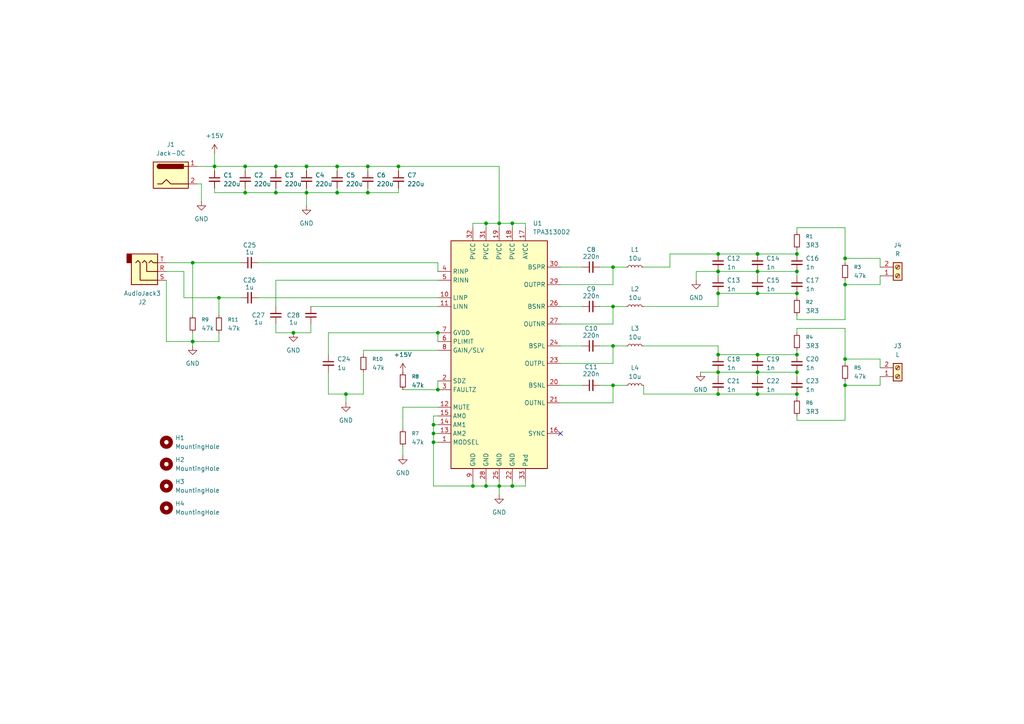
<source format=kicad_sch>
(kicad_sch
	(version 20250114)
	(generator "eeschema")
	(generator_version "9.0")
	(uuid "44df240a-19b6-4f69-8280-3d917e1605d5")
	(paper "A4")
	(lib_symbols
		(symbol "Connector:Jack-DC"
			(pin_names
				(offset 1.016)
			)
			(exclude_from_sim no)
			(in_bom yes)
			(on_board yes)
			(property "Reference" "J"
				(at 0 5.334 0)
				(effects
					(font
						(size 1.27 1.27)
					)
				)
			)
			(property "Value" "Jack-DC"
				(at 0 -5.08 0)
				(effects
					(font
						(size 1.27 1.27)
					)
				)
			)
			(property "Footprint" ""
				(at 1.27 -1.016 0)
				(effects
					(font
						(size 1.27 1.27)
					)
					(hide yes)
				)
			)
			(property "Datasheet" "~"
				(at 1.27 -1.016 0)
				(effects
					(font
						(size 1.27 1.27)
					)
					(hide yes)
				)
			)
			(property "Description" "DC Barrel Jack"
				(at 0 0 0)
				(effects
					(font
						(size 1.27 1.27)
					)
					(hide yes)
				)
			)
			(property "ki_keywords" "DC power barrel jack connector"
				(at 0 0 0)
				(effects
					(font
						(size 1.27 1.27)
					)
					(hide yes)
				)
			)
			(property "ki_fp_filters" "BarrelJack*"
				(at 0 0 0)
				(effects
					(font
						(size 1.27 1.27)
					)
					(hide yes)
				)
			)
			(symbol "Jack-DC_0_1"
				(rectangle
					(start -5.08 3.81)
					(end 5.08 -3.81)
					(stroke
						(width 0.254)
						(type default)
					)
					(fill
						(type background)
					)
				)
				(polyline
					(pts
						(xy -3.81 -2.54) (xy -2.54 -2.54) (xy -1.27 -1.27) (xy 0 -2.54) (xy 2.54 -2.54) (xy 5.08 -2.54)
					)
					(stroke
						(width 0.254)
						(type default)
					)
					(fill
						(type none)
					)
				)
				(arc
					(start -3.302 1.905)
					(mid -3.9343 2.54)
					(end -3.302 3.175)
					(stroke
						(width 0.254)
						(type default)
					)
					(fill
						(type none)
					)
				)
				(arc
					(start -3.302 1.905)
					(mid -3.9343 2.54)
					(end -3.302 3.175)
					(stroke
						(width 0.254)
						(type default)
					)
					(fill
						(type outline)
					)
				)
				(rectangle
					(start 3.683 3.175)
					(end -3.302 1.905)
					(stroke
						(width 0.254)
						(type default)
					)
					(fill
						(type outline)
					)
				)
				(polyline
					(pts
						(xy 5.08 2.54) (xy 3.81 2.54)
					)
					(stroke
						(width 0.254)
						(type default)
					)
					(fill
						(type none)
					)
				)
			)
			(symbol "Jack-DC_1_1"
				(pin passive line
					(at 7.62 2.54 180)
					(length 2.54)
					(name "~"
						(effects
							(font
								(size 1.27 1.27)
							)
						)
					)
					(number "1"
						(effects
							(font
								(size 1.27 1.27)
							)
						)
					)
				)
				(pin passive line
					(at 7.62 -2.54 180)
					(length 2.54)
					(name "~"
						(effects
							(font
								(size 1.27 1.27)
							)
						)
					)
					(number "2"
						(effects
							(font
								(size 1.27 1.27)
							)
						)
					)
				)
			)
			(embedded_fonts no)
		)
		(symbol "Connector:Screw_Terminal_01x02"
			(pin_names
				(offset 1.016)
				(hide yes)
			)
			(exclude_from_sim no)
			(in_bom yes)
			(on_board yes)
			(property "Reference" "J"
				(at 0 2.54 0)
				(effects
					(font
						(size 1.27 1.27)
					)
				)
			)
			(property "Value" "Screw_Terminal_01x02"
				(at 0 -5.08 0)
				(effects
					(font
						(size 1.27 1.27)
					)
				)
			)
			(property "Footprint" ""
				(at 0 0 0)
				(effects
					(font
						(size 1.27 1.27)
					)
					(hide yes)
				)
			)
			(property "Datasheet" "~"
				(at 0 0 0)
				(effects
					(font
						(size 1.27 1.27)
					)
					(hide yes)
				)
			)
			(property "Description" "Generic screw terminal, single row, 01x02, script generated (kicad-library-utils/schlib/autogen/connector/)"
				(at 0 0 0)
				(effects
					(font
						(size 1.27 1.27)
					)
					(hide yes)
				)
			)
			(property "ki_keywords" "screw terminal"
				(at 0 0 0)
				(effects
					(font
						(size 1.27 1.27)
					)
					(hide yes)
				)
			)
			(property "ki_fp_filters" "TerminalBlock*:*"
				(at 0 0 0)
				(effects
					(font
						(size 1.27 1.27)
					)
					(hide yes)
				)
			)
			(symbol "Screw_Terminal_01x02_1_1"
				(rectangle
					(start -1.27 1.27)
					(end 1.27 -3.81)
					(stroke
						(width 0.254)
						(type default)
					)
					(fill
						(type background)
					)
				)
				(polyline
					(pts
						(xy -0.5334 0.3302) (xy 0.3302 -0.508)
					)
					(stroke
						(width 0.1524)
						(type default)
					)
					(fill
						(type none)
					)
				)
				(polyline
					(pts
						(xy -0.5334 -2.2098) (xy 0.3302 -3.048)
					)
					(stroke
						(width 0.1524)
						(type default)
					)
					(fill
						(type none)
					)
				)
				(polyline
					(pts
						(xy -0.3556 0.508) (xy 0.508 -0.3302)
					)
					(stroke
						(width 0.1524)
						(type default)
					)
					(fill
						(type none)
					)
				)
				(polyline
					(pts
						(xy -0.3556 -2.032) (xy 0.508 -2.8702)
					)
					(stroke
						(width 0.1524)
						(type default)
					)
					(fill
						(type none)
					)
				)
				(circle
					(center 0 0)
					(radius 0.635)
					(stroke
						(width 0.1524)
						(type default)
					)
					(fill
						(type none)
					)
				)
				(circle
					(center 0 -2.54)
					(radius 0.635)
					(stroke
						(width 0.1524)
						(type default)
					)
					(fill
						(type none)
					)
				)
				(pin passive line
					(at -5.08 0 0)
					(length 3.81)
					(name "Pin_1"
						(effects
							(font
								(size 1.27 1.27)
							)
						)
					)
					(number "1"
						(effects
							(font
								(size 1.27 1.27)
							)
						)
					)
				)
				(pin passive line
					(at -5.08 -2.54 0)
					(length 3.81)
					(name "Pin_2"
						(effects
							(font
								(size 1.27 1.27)
							)
						)
					)
					(number "2"
						(effects
							(font
								(size 1.27 1.27)
							)
						)
					)
				)
			)
			(embedded_fonts no)
		)
		(symbol "Connector_Audio:AudioJack3"
			(exclude_from_sim no)
			(in_bom yes)
			(on_board yes)
			(property "Reference" "J"
				(at 0 8.89 0)
				(effects
					(font
						(size 1.27 1.27)
					)
				)
			)
			(property "Value" "AudioJack3"
				(at 0 6.35 0)
				(effects
					(font
						(size 1.27 1.27)
					)
				)
			)
			(property "Footprint" ""
				(at 0 0 0)
				(effects
					(font
						(size 1.27 1.27)
					)
					(hide yes)
				)
			)
			(property "Datasheet" "~"
				(at 0 0 0)
				(effects
					(font
						(size 1.27 1.27)
					)
					(hide yes)
				)
			)
			(property "Description" "Audio Jack, 3 Poles (Stereo / TRS)"
				(at 0 0 0)
				(effects
					(font
						(size 1.27 1.27)
					)
					(hide yes)
				)
			)
			(property "ki_keywords" "audio jack receptacle stereo headphones phones TRS connector"
				(at 0 0 0)
				(effects
					(font
						(size 1.27 1.27)
					)
					(hide yes)
				)
			)
			(property "ki_fp_filters" "Jack*"
				(at 0 0 0)
				(effects
					(font
						(size 1.27 1.27)
					)
					(hide yes)
				)
			)
			(symbol "AudioJack3_0_1"
				(rectangle
					(start -5.08 -5.08)
					(end -6.35 -2.54)
					(stroke
						(width 0.254)
						(type default)
					)
					(fill
						(type outline)
					)
				)
				(polyline
					(pts
						(xy -1.905 -2.54) (xy -1.27 -3.175) (xy -0.635 -2.54) (xy -0.635 0) (xy 2.54 0)
					)
					(stroke
						(width 0.254)
						(type default)
					)
					(fill
						(type none)
					)
				)
				(polyline
					(pts
						(xy 0 -2.54) (xy 0.635 -3.175) (xy 1.27 -2.54) (xy 2.54 -2.54)
					)
					(stroke
						(width 0.254)
						(type default)
					)
					(fill
						(type none)
					)
				)
				(rectangle
					(start 2.54 3.81)
					(end -5.08 -5.08)
					(stroke
						(width 0.254)
						(type default)
					)
					(fill
						(type background)
					)
				)
				(polyline
					(pts
						(xy 2.54 2.54) (xy -2.54 2.54) (xy -2.54 -2.54) (xy -3.175 -3.175) (xy -3.81 -2.54)
					)
					(stroke
						(width 0.254)
						(type default)
					)
					(fill
						(type none)
					)
				)
			)
			(symbol "AudioJack3_1_1"
				(pin passive line
					(at 5.08 2.54 180)
					(length 2.54)
					(name "~"
						(effects
							(font
								(size 1.27 1.27)
							)
						)
					)
					(number "S"
						(effects
							(font
								(size 1.27 1.27)
							)
						)
					)
				)
				(pin passive line
					(at 5.08 0 180)
					(length 2.54)
					(name "~"
						(effects
							(font
								(size 1.27 1.27)
							)
						)
					)
					(number "R"
						(effects
							(font
								(size 1.27 1.27)
							)
						)
					)
				)
				(pin passive line
					(at 5.08 -2.54 180)
					(length 2.54)
					(name "~"
						(effects
							(font
								(size 1.27 1.27)
							)
						)
					)
					(number "T"
						(effects
							(font
								(size 1.27 1.27)
							)
						)
					)
				)
			)
			(embedded_fonts no)
		)
		(symbol "Device:C_Small"
			(pin_numbers
				(hide yes)
			)
			(pin_names
				(offset 0.254)
				(hide yes)
			)
			(exclude_from_sim no)
			(in_bom yes)
			(on_board yes)
			(property "Reference" "C"
				(at 0.254 1.778 0)
				(effects
					(font
						(size 1.27 1.27)
					)
					(justify left)
				)
			)
			(property "Value" "C_Small"
				(at 0.254 -2.032 0)
				(effects
					(font
						(size 1.27 1.27)
					)
					(justify left)
				)
			)
			(property "Footprint" ""
				(at 0 0 0)
				(effects
					(font
						(size 1.27 1.27)
					)
					(hide yes)
				)
			)
			(property "Datasheet" "~"
				(at 0 0 0)
				(effects
					(font
						(size 1.27 1.27)
					)
					(hide yes)
				)
			)
			(property "Description" "Unpolarized capacitor, small symbol"
				(at 0 0 0)
				(effects
					(font
						(size 1.27 1.27)
					)
					(hide yes)
				)
			)
			(property "ki_keywords" "capacitor cap"
				(at 0 0 0)
				(effects
					(font
						(size 1.27 1.27)
					)
					(hide yes)
				)
			)
			(property "ki_fp_filters" "C_*"
				(at 0 0 0)
				(effects
					(font
						(size 1.27 1.27)
					)
					(hide yes)
				)
			)
			(symbol "C_Small_0_1"
				(polyline
					(pts
						(xy -1.524 0.508) (xy 1.524 0.508)
					)
					(stroke
						(width 0.3048)
						(type default)
					)
					(fill
						(type none)
					)
				)
				(polyline
					(pts
						(xy -1.524 -0.508) (xy 1.524 -0.508)
					)
					(stroke
						(width 0.3302)
						(type default)
					)
					(fill
						(type none)
					)
				)
			)
			(symbol "C_Small_1_1"
				(pin passive line
					(at 0 2.54 270)
					(length 2.032)
					(name "~"
						(effects
							(font
								(size 1.27 1.27)
							)
						)
					)
					(number "1"
						(effects
							(font
								(size 1.27 1.27)
							)
						)
					)
				)
				(pin passive line
					(at 0 -2.54 90)
					(length 2.032)
					(name "~"
						(effects
							(font
								(size 1.27 1.27)
							)
						)
					)
					(number "2"
						(effects
							(font
								(size 1.27 1.27)
							)
						)
					)
				)
			)
			(embedded_fonts no)
		)
		(symbol "Device:L_Small"
			(pin_numbers
				(hide yes)
			)
			(pin_names
				(offset 0.254)
				(hide yes)
			)
			(exclude_from_sim no)
			(in_bom yes)
			(on_board yes)
			(property "Reference" "L"
				(at 0.762 1.016 0)
				(effects
					(font
						(size 1.27 1.27)
					)
					(justify left)
				)
			)
			(property "Value" "L_Small"
				(at 0.762 -1.016 0)
				(effects
					(font
						(size 1.27 1.27)
					)
					(justify left)
				)
			)
			(property "Footprint" ""
				(at 0 0 0)
				(effects
					(font
						(size 1.27 1.27)
					)
					(hide yes)
				)
			)
			(property "Datasheet" "~"
				(at 0 0 0)
				(effects
					(font
						(size 1.27 1.27)
					)
					(hide yes)
				)
			)
			(property "Description" "Inductor, small symbol"
				(at 0 0 0)
				(effects
					(font
						(size 1.27 1.27)
					)
					(hide yes)
				)
			)
			(property "ki_keywords" "inductor choke coil reactor magnetic"
				(at 0 0 0)
				(effects
					(font
						(size 1.27 1.27)
					)
					(hide yes)
				)
			)
			(property "ki_fp_filters" "Choke_* *Coil* Inductor_* L_*"
				(at 0 0 0)
				(effects
					(font
						(size 1.27 1.27)
					)
					(hide yes)
				)
			)
			(symbol "L_Small_0_1"
				(arc
					(start 0 2.032)
					(mid 0.5058 1.524)
					(end 0 1.016)
					(stroke
						(width 0)
						(type default)
					)
					(fill
						(type none)
					)
				)
				(arc
					(start 0 1.016)
					(mid 0.5058 0.508)
					(end 0 0)
					(stroke
						(width 0)
						(type default)
					)
					(fill
						(type none)
					)
				)
				(arc
					(start 0 0)
					(mid 0.5058 -0.508)
					(end 0 -1.016)
					(stroke
						(width 0)
						(type default)
					)
					(fill
						(type none)
					)
				)
				(arc
					(start 0 -1.016)
					(mid 0.5058 -1.524)
					(end 0 -2.032)
					(stroke
						(width 0)
						(type default)
					)
					(fill
						(type none)
					)
				)
			)
			(symbol "L_Small_1_1"
				(pin passive line
					(at 0 2.54 270)
					(length 0.508)
					(name "~"
						(effects
							(font
								(size 1.27 1.27)
							)
						)
					)
					(number "1"
						(effects
							(font
								(size 1.27 1.27)
							)
						)
					)
				)
				(pin passive line
					(at 0 -2.54 90)
					(length 0.508)
					(name "~"
						(effects
							(font
								(size 1.27 1.27)
							)
						)
					)
					(number "2"
						(effects
							(font
								(size 1.27 1.27)
							)
						)
					)
				)
			)
			(embedded_fonts no)
		)
		(symbol "Device:R_Small"
			(pin_numbers
				(hide yes)
			)
			(pin_names
				(offset 0.254)
				(hide yes)
			)
			(exclude_from_sim no)
			(in_bom yes)
			(on_board yes)
			(property "Reference" "R"
				(at 0 0 90)
				(effects
					(font
						(size 1.016 1.016)
					)
				)
			)
			(property "Value" "R_Small"
				(at 1.778 0 90)
				(effects
					(font
						(size 1.27 1.27)
					)
				)
			)
			(property "Footprint" ""
				(at 0 0 0)
				(effects
					(font
						(size 1.27 1.27)
					)
					(hide yes)
				)
			)
			(property "Datasheet" "~"
				(at 0 0 0)
				(effects
					(font
						(size 1.27 1.27)
					)
					(hide yes)
				)
			)
			(property "Description" "Resistor, small symbol"
				(at 0 0 0)
				(effects
					(font
						(size 1.27 1.27)
					)
					(hide yes)
				)
			)
			(property "ki_keywords" "R resistor"
				(at 0 0 0)
				(effects
					(font
						(size 1.27 1.27)
					)
					(hide yes)
				)
			)
			(property "ki_fp_filters" "R_*"
				(at 0 0 0)
				(effects
					(font
						(size 1.27 1.27)
					)
					(hide yes)
				)
			)
			(symbol "R_Small_0_1"
				(rectangle
					(start -0.762 1.778)
					(end 0.762 -1.778)
					(stroke
						(width 0.2032)
						(type default)
					)
					(fill
						(type none)
					)
				)
			)
			(symbol "R_Small_1_1"
				(pin passive line
					(at 0 2.54 270)
					(length 0.762)
					(name "~"
						(effects
							(font
								(size 1.27 1.27)
							)
						)
					)
					(number "1"
						(effects
							(font
								(size 1.27 1.27)
							)
						)
					)
				)
				(pin passive line
					(at 0 -2.54 90)
					(length 0.762)
					(name "~"
						(effects
							(font
								(size 1.27 1.27)
							)
						)
					)
					(number "2"
						(effects
							(font
								(size 1.27 1.27)
							)
						)
					)
				)
			)
			(embedded_fonts no)
		)
		(symbol "Mechanical:MountingHole"
			(pin_names
				(offset 1.016)
			)
			(exclude_from_sim no)
			(in_bom no)
			(on_board yes)
			(property "Reference" "H"
				(at 0 5.08 0)
				(effects
					(font
						(size 1.27 1.27)
					)
				)
			)
			(property "Value" "MountingHole"
				(at 0 3.175 0)
				(effects
					(font
						(size 1.27 1.27)
					)
				)
			)
			(property "Footprint" ""
				(at 0 0 0)
				(effects
					(font
						(size 1.27 1.27)
					)
					(hide yes)
				)
			)
			(property "Datasheet" "~"
				(at 0 0 0)
				(effects
					(font
						(size 1.27 1.27)
					)
					(hide yes)
				)
			)
			(property "Description" "Mounting Hole without connection"
				(at 0 0 0)
				(effects
					(font
						(size 1.27 1.27)
					)
					(hide yes)
				)
			)
			(property "ki_keywords" "mounting hole"
				(at 0 0 0)
				(effects
					(font
						(size 1.27 1.27)
					)
					(hide yes)
				)
			)
			(property "ki_fp_filters" "MountingHole*"
				(at 0 0 0)
				(effects
					(font
						(size 1.27 1.27)
					)
					(hide yes)
				)
			)
			(symbol "MountingHole_0_1"
				(circle
					(center 0 0)
					(radius 1.27)
					(stroke
						(width 1.27)
						(type default)
					)
					(fill
						(type none)
					)
				)
			)
			(embedded_fonts no)
		)
		(symbol "custom:TPA3130D2"
			(exclude_from_sim no)
			(in_bom yes)
			(on_board yes)
			(property "Reference" "U1"
				(at -2.9367 -1.27 0)
				(effects
					(font
						(size 1.27 1.27)
					)
					(justify left)
				)
			)
			(property "Value" "TPA3130D2"
				(at -2.9367 -3.81 0)
				(effects
					(font
						(size 1.27 1.27)
					)
					(justify left)
				)
			)
			(property "Footprint" "Package_SO:HTSSOP-32-1EP_6.1x11mm_P0.65mm_EP5.2x11mm_Mask4.11x4.36mm_ThermalVias"
				(at 54.864 -64.77 0)
				(effects
					(font
						(size 1.27 1.27)
					)
					(hide yes)
				)
			)
			(property "Datasheet" "https://www.ti.com/lit/ds/slos708e/slos708e.pdf"
				(at 32.512 -67.818 0)
				(effects
					(font
						(size 1.27 1.27)
					)
					(hide yes)
				)
			)
			(property "Description" "25W per channel class D audio power amplifier for stereo speakers as low as 4Ω."
				(at 48.26 -70.612 0)
				(effects
					(font
						(size 1.27 1.27)
					)
					(hide yes)
				)
			)
			(symbol "TPA3130D2_0_1"
				(rectangle
					(start -26.67 -6.35)
					(end 1.27 -72.39)
					(stroke
						(width 0.254)
						(type default)
					)
					(fill
						(type background)
					)
				)
			)
			(symbol "TPA3130D2_1_1"
				(pin input line
					(at -30.48 -15.24 0)
					(length 3.81)
					(name "RINP"
						(effects
							(font
								(size 1.27 1.27)
							)
						)
					)
					(number "4"
						(effects
							(font
								(size 1.27 1.27)
							)
						)
					)
				)
				(pin input line
					(at -30.48 -17.78 0)
					(length 3.81)
					(name "RINN"
						(effects
							(font
								(size 1.27 1.27)
							)
						)
					)
					(number "5"
						(effects
							(font
								(size 1.27 1.27)
							)
						)
					)
				)
				(pin input line
					(at -30.48 -22.86 0)
					(length 3.81)
					(name "LINP"
						(effects
							(font
								(size 1.27 1.27)
							)
						)
					)
					(number "10"
						(effects
							(font
								(size 1.27 1.27)
							)
						)
					)
				)
				(pin input line
					(at -30.48 -25.4 0)
					(length 3.81)
					(name "LINN"
						(effects
							(font
								(size 1.27 1.27)
							)
						)
					)
					(number "11"
						(effects
							(font
								(size 1.27 1.27)
							)
						)
					)
				)
				(pin input line
					(at -30.48 -33.02 0)
					(length 3.81)
					(name "GVDD"
						(effects
							(font
								(size 1.27 1.27)
							)
						)
					)
					(number "7"
						(effects
							(font
								(size 1.27 1.27)
							)
						)
					)
				)
				(pin input line
					(at -30.48 -35.56 0)
					(length 3.81)
					(name "PLIMIT"
						(effects
							(font
								(size 1.27 1.27)
							)
						)
					)
					(number "6"
						(effects
							(font
								(size 1.27 1.27)
							)
						)
					)
				)
				(pin input line
					(at -30.48 -38.1 0)
					(length 3.81)
					(name "GAIN/SLV"
						(effects
							(font
								(size 1.27 1.27)
							)
						)
					)
					(number "8"
						(effects
							(font
								(size 1.27 1.27)
							)
						)
					)
				)
				(pin output line
					(at -30.48 -46.99 0)
					(length 3.81)
					(name "SDZ"
						(effects
							(font
								(size 1.27 1.27)
							)
						)
					)
					(number "2"
						(effects
							(font
								(size 1.27 1.27)
							)
						)
					)
				)
				(pin input line
					(at -30.48 -49.53 0)
					(length 3.81)
					(name "FAULTZ"
						(effects
							(font
								(size 1.27 1.27)
							)
						)
					)
					(number "3"
						(effects
							(font
								(size 1.27 1.27)
							)
						)
					)
				)
				(pin input line
					(at -30.48 -54.61 0)
					(length 3.81)
					(name "MUTE"
						(effects
							(font
								(size 1.27 1.27)
							)
						)
					)
					(number "12"
						(effects
							(font
								(size 1.27 1.27)
							)
						)
					)
				)
				(pin input line
					(at -30.48 -57.15 0)
					(length 3.81)
					(name "AM0"
						(effects
							(font
								(size 1.27 1.27)
							)
						)
					)
					(number "15"
						(effects
							(font
								(size 1.27 1.27)
							)
						)
					)
				)
				(pin input line
					(at -30.48 -59.69 0)
					(length 3.81)
					(name "AM1"
						(effects
							(font
								(size 1.27 1.27)
							)
						)
					)
					(number "14"
						(effects
							(font
								(size 1.27 1.27)
							)
						)
					)
				)
				(pin input line
					(at -30.48 -62.23 0)
					(length 3.81)
					(name "AM2"
						(effects
							(font
								(size 1.27 1.27)
							)
						)
					)
					(number "13"
						(effects
							(font
								(size 1.27 1.27)
							)
						)
					)
				)
				(pin input line
					(at -30.48 -64.77 0)
					(length 3.81)
					(name "MODSEL"
						(effects
							(font
								(size 1.27 1.27)
							)
						)
					)
					(number "1"
						(effects
							(font
								(size 1.27 1.27)
							)
						)
					)
				)
				(pin power_in line
					(at -20.32 -2.54 270)
					(length 3.81)
					(name "PVCC"
						(effects
							(font
								(size 1.27 1.27)
							)
						)
					)
					(number "32"
						(effects
							(font
								(size 1.27 1.27)
							)
						)
					)
				)
				(pin power_in line
					(at -20.32 -76.2 90)
					(length 3.81)
					(name "GND"
						(effects
							(font
								(size 1.27 1.27)
							)
						)
					)
					(number "9"
						(effects
							(font
								(size 1.27 1.27)
							)
						)
					)
				)
				(pin power_in line
					(at -16.51 -2.54 270)
					(length 3.81)
					(name "PVCC"
						(effects
							(font
								(size 1.27 1.27)
							)
						)
					)
					(number "31"
						(effects
							(font
								(size 1.27 1.27)
							)
						)
					)
				)
				(pin power_in line
					(at -16.51 -76.2 90)
					(length 3.81)
					(name "GND"
						(effects
							(font
								(size 1.27 1.27)
							)
						)
					)
					(number "28"
						(effects
							(font
								(size 1.27 1.27)
							)
						)
					)
				)
				(pin power_in line
					(at -12.7 -2.54 270)
					(length 3.81)
					(name "PVCC"
						(effects
							(font
								(size 1.27 1.27)
							)
						)
					)
					(number "19"
						(effects
							(font
								(size 1.27 1.27)
							)
						)
					)
				)
				(pin power_in line
					(at -12.7 -76.2 90)
					(length 3.81)
					(name "GND"
						(effects
							(font
								(size 1.27 1.27)
							)
						)
					)
					(number "25"
						(effects
							(font
								(size 1.27 1.27)
							)
						)
					)
				)
				(pin power_out line
					(at -8.89 -2.54 270)
					(length 3.81)
					(name "PVCC"
						(effects
							(font
								(size 1.27 1.27)
							)
						)
					)
					(number "18"
						(effects
							(font
								(size 1.27 1.27)
							)
						)
					)
				)
				(pin power_in line
					(at -8.89 -76.2 90)
					(length 3.81)
					(name "GND"
						(effects
							(font
								(size 1.27 1.27)
							)
						)
					)
					(number "22"
						(effects
							(font
								(size 1.27 1.27)
							)
						)
					)
				)
				(pin power_in line
					(at -5.08 -2.54 270)
					(length 3.81)
					(name "AVCC"
						(effects
							(font
								(size 1.27 1.27)
							)
						)
					)
					(number "17"
						(effects
							(font
								(size 1.27 1.27)
							)
						)
					)
				)
				(pin power_in line
					(at -5.08 -76.2 90)
					(length 3.81)
					(name "Pad"
						(effects
							(font
								(size 1.27 1.27)
							)
						)
					)
					(number "33"
						(effects
							(font
								(size 1.27 1.27)
							)
						)
					)
				)
				(pin output line
					(at 5.08 -13.97 180)
					(length 3.81)
					(name "BSPR"
						(effects
							(font
								(size 1.27 1.27)
							)
						)
					)
					(number "30"
						(effects
							(font
								(size 1.27 1.27)
							)
						)
					)
				)
				(pin output line
					(at 5.08 -19.05 180)
					(length 3.81)
					(name "OUTPR"
						(effects
							(font
								(size 1.27 1.27)
							)
						)
					)
					(number "29"
						(effects
							(font
								(size 1.27 1.27)
							)
						)
					)
				)
				(pin output line
					(at 5.08 -25.4 180)
					(length 3.81)
					(name "BSNR"
						(effects
							(font
								(size 1.27 1.27)
							)
						)
					)
					(number "26"
						(effects
							(font
								(size 1.27 1.27)
							)
						)
					)
				)
				(pin output line
					(at 5.08 -30.48 180)
					(length 3.81)
					(name "OUTNR"
						(effects
							(font
								(size 1.27 1.27)
							)
						)
					)
					(number "27"
						(effects
							(font
								(size 1.27 1.27)
							)
						)
					)
				)
				(pin output line
					(at 5.08 -36.83 180)
					(length 3.81)
					(name "BSPL"
						(effects
							(font
								(size 1.27 1.27)
							)
						)
					)
					(number "24"
						(effects
							(font
								(size 1.27 1.27)
							)
						)
					)
				)
				(pin output line
					(at 5.08 -41.91 180)
					(length 3.81)
					(name "OUTPL"
						(effects
							(font
								(size 1.27 1.27)
							)
						)
					)
					(number "23"
						(effects
							(font
								(size 1.27 1.27)
							)
						)
					)
				)
				(pin output line
					(at 5.08 -48.26 180)
					(length 3.81)
					(name "BSNL"
						(effects
							(font
								(size 1.27 1.27)
							)
						)
					)
					(number "20"
						(effects
							(font
								(size 1.27 1.27)
							)
						)
					)
				)
				(pin output line
					(at 5.08 -53.34 180)
					(length 3.81)
					(name "OUTNL"
						(effects
							(font
								(size 1.27 1.27)
							)
						)
					)
					(number "21"
						(effects
							(font
								(size 1.27 1.27)
							)
						)
					)
				)
				(pin output line
					(at 5.08 -62.23 180)
					(length 3.81)
					(name "SYNC"
						(effects
							(font
								(size 1.27 1.27)
							)
						)
					)
					(number "16"
						(effects
							(font
								(size 1.27 1.27)
							)
						)
					)
				)
			)
			(embedded_fonts no)
		)
		(symbol "power:+15V"
			(power)
			(pin_numbers
				(hide yes)
			)
			(pin_names
				(offset 0)
				(hide yes)
			)
			(exclude_from_sim no)
			(in_bom yes)
			(on_board yes)
			(property "Reference" "#PWR"
				(at 0 -3.81 0)
				(effects
					(font
						(size 1.27 1.27)
					)
					(hide yes)
				)
			)
			(property "Value" "+15V"
				(at 0 3.556 0)
				(effects
					(font
						(size 1.27 1.27)
					)
				)
			)
			(property "Footprint" ""
				(at 0 0 0)
				(effects
					(font
						(size 1.27 1.27)
					)
					(hide yes)
				)
			)
			(property "Datasheet" ""
				(at 0 0 0)
				(effects
					(font
						(size 1.27 1.27)
					)
					(hide yes)
				)
			)
			(property "Description" "Power symbol creates a global label with name \"+15V\""
				(at 0 0 0)
				(effects
					(font
						(size 1.27 1.27)
					)
					(hide yes)
				)
			)
			(property "ki_keywords" "global power"
				(at 0 0 0)
				(effects
					(font
						(size 1.27 1.27)
					)
					(hide yes)
				)
			)
			(symbol "+15V_0_1"
				(polyline
					(pts
						(xy -0.762 1.27) (xy 0 2.54)
					)
					(stroke
						(width 0)
						(type default)
					)
					(fill
						(type none)
					)
				)
				(polyline
					(pts
						(xy 0 2.54) (xy 0.762 1.27)
					)
					(stroke
						(width 0)
						(type default)
					)
					(fill
						(type none)
					)
				)
				(polyline
					(pts
						(xy 0 0) (xy 0 2.54)
					)
					(stroke
						(width 0)
						(type default)
					)
					(fill
						(type none)
					)
				)
			)
			(symbol "+15V_1_1"
				(pin power_in line
					(at 0 0 90)
					(length 0)
					(name "~"
						(effects
							(font
								(size 1.27 1.27)
							)
						)
					)
					(number "1"
						(effects
							(font
								(size 1.27 1.27)
							)
						)
					)
				)
			)
			(embedded_fonts no)
		)
		(symbol "power:GND"
			(power)
			(pin_numbers
				(hide yes)
			)
			(pin_names
				(offset 0)
				(hide yes)
			)
			(exclude_from_sim no)
			(in_bom yes)
			(on_board yes)
			(property "Reference" "#PWR"
				(at 0 -6.35 0)
				(effects
					(font
						(size 1.27 1.27)
					)
					(hide yes)
				)
			)
			(property "Value" "GND"
				(at 0 -3.81 0)
				(effects
					(font
						(size 1.27 1.27)
					)
				)
			)
			(property "Footprint" ""
				(at 0 0 0)
				(effects
					(font
						(size 1.27 1.27)
					)
					(hide yes)
				)
			)
			(property "Datasheet" ""
				(at 0 0 0)
				(effects
					(font
						(size 1.27 1.27)
					)
					(hide yes)
				)
			)
			(property "Description" "Power symbol creates a global label with name \"GND\" , ground"
				(at 0 0 0)
				(effects
					(font
						(size 1.27 1.27)
					)
					(hide yes)
				)
			)
			(property "ki_keywords" "global power"
				(at 0 0 0)
				(effects
					(font
						(size 1.27 1.27)
					)
					(hide yes)
				)
			)
			(symbol "GND_0_1"
				(polyline
					(pts
						(xy 0 0) (xy 0 -1.27) (xy 1.27 -1.27) (xy 0 -2.54) (xy -1.27 -1.27) (xy 0 -1.27)
					)
					(stroke
						(width 0)
						(type default)
					)
					(fill
						(type none)
					)
				)
			)
			(symbol "GND_1_1"
				(pin power_in line
					(at 0 0 270)
					(length 0)
					(name "~"
						(effects
							(font
								(size 1.27 1.27)
							)
						)
					)
					(number "1"
						(effects
							(font
								(size 1.27 1.27)
							)
						)
					)
				)
			)
			(embedded_fonts no)
		)
	)
	(junction
		(at 88.9 55.88)
		(diameter 0)
		(color 0 0 0 0)
		(uuid "05ea65f9-7b21-4cfe-ac6b-cf44ae9a09c1")
	)
	(junction
		(at 144.78 64.77)
		(diameter 0)
		(color 0 0 0 0)
		(uuid "0acba5cf-cd6e-4c0d-adcb-927463d1312f")
	)
	(junction
		(at 245.11 82.55)
		(diameter 0)
		(color 0 0 0 0)
		(uuid "0afa9bc8-3867-4ae2-a3a3-3186b575bcbc")
	)
	(junction
		(at 97.79 55.88)
		(diameter 0)
		(color 0 0 0 0)
		(uuid "0fb976e8-35e7-4276-a468-c6eccabad1c7")
	)
	(junction
		(at 219.71 73.66)
		(diameter 0)
		(color 0 0 0 0)
		(uuid "102ce72e-4702-4423-ab6d-ffecd12cd7ab")
	)
	(junction
		(at 88.9 48.26)
		(diameter 0)
		(color 0 0 0 0)
		(uuid "12e4311e-7f6c-48e5-8a89-5fee225f729e")
	)
	(junction
		(at 177.8 100.33)
		(diameter 0)
		(color 0 0 0 0)
		(uuid "1f08bcc8-74fb-4267-b684-869d3321418e")
	)
	(junction
		(at 208.28 78.74)
		(diameter 0)
		(color 0 0 0 0)
		(uuid "250f7220-1ee9-4597-9dbc-e6b9ecfa3c69")
	)
	(junction
		(at 140.97 64.77)
		(diameter 0)
		(color 0 0 0 0)
		(uuid "25566655-685f-4235-b200-93ea0cb498cc")
	)
	(junction
		(at 231.14 102.87)
		(diameter 0)
		(color 0 0 0 0)
		(uuid "2cfc31e9-5c8a-492c-aa3e-20121ee538c1")
	)
	(junction
		(at 177.8 111.76)
		(diameter 0)
		(color 0 0 0 0)
		(uuid "2d9b1917-84bb-44d9-9901-49332036f56d")
	)
	(junction
		(at 231.14 85.09)
		(diameter 0)
		(color 0 0 0 0)
		(uuid "315927e6-3c07-4f5b-8ff3-d3b0a5acdb9b")
	)
	(junction
		(at 245.11 74.93)
		(diameter 0)
		(color 0 0 0 0)
		(uuid "34982bd8-4dd5-49ce-a1d9-85ad4c49332a")
	)
	(junction
		(at 208.28 73.66)
		(diameter 0)
		(color 0 0 0 0)
		(uuid "38ac261e-cc0e-4cb7-b61f-00251a72bcbd")
	)
	(junction
		(at 219.71 78.74)
		(diameter 0)
		(color 0 0 0 0)
		(uuid "4250d742-b283-461d-821b-9f031a4432aa")
	)
	(junction
		(at 177.8 88.9)
		(diameter 0)
		(color 0 0 0 0)
		(uuid "42e9775b-01e1-4541-9c94-3f34c0631bef")
	)
	(junction
		(at 106.68 48.26)
		(diameter 0)
		(color 0 0 0 0)
		(uuid "472ca3b7-ca4b-44cf-93c0-5e0b748850f4")
	)
	(junction
		(at 71.12 48.26)
		(diameter 0)
		(color 0 0 0 0)
		(uuid "4b75892b-3ccf-4a3d-9c00-f7de379c5ef1")
	)
	(junction
		(at 231.14 78.74)
		(diameter 0)
		(color 0 0 0 0)
		(uuid "52b9e141-68b8-401b-a28a-775b3d41001a")
	)
	(junction
		(at 219.71 114.3)
		(diameter 0)
		(color 0 0 0 0)
		(uuid "5582978a-fb3f-44a8-99c8-f18c74985515")
	)
	(junction
		(at 55.88 99.06)
		(diameter 0)
		(color 0 0 0 0)
		(uuid "57c05135-0765-4ab0-8044-1cd9d39a9c06")
	)
	(junction
		(at 100.33 114.3)
		(diameter 0)
		(color 0 0 0 0)
		(uuid "5cacc4a2-ad7a-4ec7-9133-650a51add162")
	)
	(junction
		(at 62.23 48.26)
		(diameter 0)
		(color 0 0 0 0)
		(uuid "69c9fdc6-a48e-4922-b142-1195b844cc6e")
	)
	(junction
		(at 97.79 48.26)
		(diameter 0)
		(color 0 0 0 0)
		(uuid "749d3dfc-aadb-4e4b-8149-257eda4aeab9")
	)
	(junction
		(at 219.71 107.95)
		(diameter 0)
		(color 0 0 0 0)
		(uuid "750fc4c7-4399-4a16-a1a5-ee5be34b4bf8")
	)
	(junction
		(at 140.97 140.97)
		(diameter 0)
		(color 0 0 0 0)
		(uuid "75b36c14-7365-45d7-a9da-7ccd302d0ca6")
	)
	(junction
		(at 148.59 64.77)
		(diameter 0)
		(color 0 0 0 0)
		(uuid "7a40522c-f2aa-4686-97f7-87a78a138768")
	)
	(junction
		(at 125.73 128.27)
		(diameter 0)
		(color 0 0 0 0)
		(uuid "7c03e70e-f669-4118-a78d-58b8ec0fe1a5")
	)
	(junction
		(at 71.12 55.88)
		(diameter 0)
		(color 0 0 0 0)
		(uuid "7eb77d9a-7746-4d12-9947-09207350931d")
	)
	(junction
		(at 137.16 140.97)
		(diameter 0)
		(color 0 0 0 0)
		(uuid "7f4ffc59-510f-47ae-8327-3027dc1142e4")
	)
	(junction
		(at 85.09 96.52)
		(diameter 0)
		(color 0 0 0 0)
		(uuid "82bdff3c-4eaa-4d41-8988-b5c2ae7c6486")
	)
	(junction
		(at 55.88 76.2)
		(diameter 0)
		(color 0 0 0 0)
		(uuid "96b02be6-5bd2-4ba9-832e-85ea795efac8")
	)
	(junction
		(at 219.71 102.87)
		(diameter 0)
		(color 0 0 0 0)
		(uuid "a01c3290-6d43-409c-b0e6-1c09b8c7869c")
	)
	(junction
		(at 245.11 104.14)
		(diameter 0)
		(color 0 0 0 0)
		(uuid "a223133b-950c-4f47-a6d6-00b9528f6f65")
	)
	(junction
		(at 127 96.52)
		(diameter 0)
		(color 0 0 0 0)
		(uuid "a2c01fcb-3cae-4905-bedf-c7cd00d28417")
	)
	(junction
		(at 106.68 55.88)
		(diameter 0)
		(color 0 0 0 0)
		(uuid "aed8fb04-3f17-4b56-b62e-ccab4293ea35")
	)
	(junction
		(at 208.28 107.95)
		(diameter 0)
		(color 0 0 0 0)
		(uuid "b1e8b07d-6f9c-4c07-87f4-c7d6e000c975")
	)
	(junction
		(at 125.73 123.19)
		(diameter 0)
		(color 0 0 0 0)
		(uuid "bc0e105f-d3ac-47bf-a719-b79a69441e77")
	)
	(junction
		(at 63.5 86.36)
		(diameter 0)
		(color 0 0 0 0)
		(uuid "c0ce3d91-91c9-4dd2-8606-f8eeb6e273a5")
	)
	(junction
		(at 208.28 85.09)
		(diameter 0)
		(color 0 0 0 0)
		(uuid "c1f10cc6-48e0-4338-8afb-19d82d263fc2")
	)
	(junction
		(at 177.8 77.47)
		(diameter 0)
		(color 0 0 0 0)
		(uuid "c2a34954-940b-4a5a-bad4-309de474f1cd")
	)
	(junction
		(at 231.14 107.95)
		(diameter 0)
		(color 0 0 0 0)
		(uuid "c99928d8-40e3-441e-908a-5925360153c1")
	)
	(junction
		(at 208.28 114.3)
		(diameter 0)
		(color 0 0 0 0)
		(uuid "ca4b6447-255a-4ce5-84db-0b66d2df5d01")
	)
	(junction
		(at 231.14 114.3)
		(diameter 0)
		(color 0 0 0 0)
		(uuid "d0b19fa7-fc03-4566-a74c-b96177e4cedc")
	)
	(junction
		(at 115.57 48.26)
		(diameter 0)
		(color 0 0 0 0)
		(uuid "da2aa10a-9c64-45b2-a7fb-8bc5846de800")
	)
	(junction
		(at 148.59 140.97)
		(diameter 0)
		(color 0 0 0 0)
		(uuid "e984f994-48f4-4d18-8f6a-fd8d6eb75309")
	)
	(junction
		(at 127 113.03)
		(diameter 0)
		(color 0 0 0 0)
		(uuid "ec959fb9-42df-4a68-ae88-6629b9590cf0")
	)
	(junction
		(at 219.71 85.09)
		(diameter 0)
		(color 0 0 0 0)
		(uuid "ecac50d1-a408-4e6c-9064-85ba9a233ddb")
	)
	(junction
		(at 80.01 48.26)
		(diameter 0)
		(color 0 0 0 0)
		(uuid "f36786b8-a830-4362-8673-1db5c336faea")
	)
	(junction
		(at 125.73 125.73)
		(diameter 0)
		(color 0 0 0 0)
		(uuid "f8b48f9d-8806-4a3d-a08b-8aef01869dc1")
	)
	(junction
		(at 245.11 111.76)
		(diameter 0)
		(color 0 0 0 0)
		(uuid "f9bf5f14-0766-49d6-8f59-97a3a7f67be1")
	)
	(junction
		(at 144.78 140.97)
		(diameter 0)
		(color 0 0 0 0)
		(uuid "fb72c543-9bae-427c-86dc-3af413bb6458")
	)
	(junction
		(at 80.01 55.88)
		(diameter 0)
		(color 0 0 0 0)
		(uuid "fd4977a5-d2a1-475e-84bf-5d0d2bb6749e")
	)
	(junction
		(at 208.28 102.87)
		(diameter 0)
		(color 0 0 0 0)
		(uuid "ff6a6498-3b36-43f1-8a2d-59a698b1924c")
	)
	(junction
		(at 231.14 73.66)
		(diameter 0)
		(color 0 0 0 0)
		(uuid "ff8bf5ab-da58-4fc9-87f5-260fc1b6b297")
	)
	(no_connect
		(at 162.56 125.73)
		(uuid "aee4a06c-a1c5-4eaf-9505-9ce1b55647f1")
	)
	(wire
		(pts
			(xy 80.01 55.88) (xy 88.9 55.88)
		)
		(stroke
			(width 0)
			(type default)
		)
		(uuid "041d7b57-5ca4-49bd-8c87-81708baceb8b")
	)
	(wire
		(pts
			(xy 245.11 81.28) (xy 245.11 82.55)
		)
		(stroke
			(width 0)
			(type default)
		)
		(uuid "045382da-708e-4be4-bdd8-c01d232a57e8")
	)
	(wire
		(pts
			(xy 71.12 48.26) (xy 80.01 48.26)
		)
		(stroke
			(width 0)
			(type default)
		)
		(uuid "04c4007c-4b6c-494b-be4a-61c6a709eed6")
	)
	(wire
		(pts
			(xy 208.28 78.74) (xy 208.28 80.01)
		)
		(stroke
			(width 0)
			(type default)
		)
		(uuid "05760d89-da5f-48ac-8797-e04301d11d2f")
	)
	(wire
		(pts
			(xy 177.8 116.84) (xy 177.8 111.76)
		)
		(stroke
			(width 0)
			(type default)
		)
		(uuid "05bab9e1-38bc-4b74-a791-a903e1104840")
	)
	(wire
		(pts
			(xy 208.28 107.95) (xy 219.71 107.95)
		)
		(stroke
			(width 0)
			(type default)
		)
		(uuid "06510b67-8a02-4580-a521-9f1b0452fd6a")
	)
	(wire
		(pts
			(xy 255.27 77.47) (xy 255.27 74.93)
		)
		(stroke
			(width 0)
			(type default)
		)
		(uuid "0908513b-d09a-4fb9-a88c-9328fd01c50e")
	)
	(wire
		(pts
			(xy 62.23 48.26) (xy 71.12 48.26)
		)
		(stroke
			(width 0)
			(type default)
		)
		(uuid "0b5d693e-b3d7-45a3-b4ec-91a8fcd067e5")
	)
	(wire
		(pts
			(xy 219.71 78.74) (xy 219.71 80.01)
		)
		(stroke
			(width 0)
			(type default)
		)
		(uuid "0c1bcdec-719a-4163-aa6b-684a34c3cd21")
	)
	(wire
		(pts
			(xy 208.28 107.95) (xy 208.28 109.22)
		)
		(stroke
			(width 0)
			(type default)
		)
		(uuid "0d2a4e8e-47d6-4a8c-8b45-d98a7450531d")
	)
	(wire
		(pts
			(xy 177.8 105.41) (xy 177.8 100.33)
		)
		(stroke
			(width 0)
			(type default)
		)
		(uuid "0d35ddb6-531d-477a-a070-c5dab9f54ad4")
	)
	(wire
		(pts
			(xy 116.84 113.03) (xy 127 113.03)
		)
		(stroke
			(width 0)
			(type default)
		)
		(uuid "10185993-ceac-4e42-81a4-327496579b6b")
	)
	(wire
		(pts
			(xy 245.11 95.25) (xy 245.11 104.14)
		)
		(stroke
			(width 0)
			(type default)
		)
		(uuid "14b9db65-26f3-4610-8ed6-c6b51e504585")
	)
	(wire
		(pts
			(xy 90.17 88.9) (xy 127 88.9)
		)
		(stroke
			(width 0)
			(type default)
		)
		(uuid "15637e33-9bdf-4568-b009-0377e704d3da")
	)
	(wire
		(pts
			(xy 116.84 118.11) (xy 116.84 124.46)
		)
		(stroke
			(width 0)
			(type default)
		)
		(uuid "159baeb2-b8af-4c1c-aea1-f20ea64223f1")
	)
	(wire
		(pts
			(xy 74.93 86.36) (xy 127 86.36)
		)
		(stroke
			(width 0)
			(type default)
		)
		(uuid "16802810-874f-401f-bee8-8b56fe9e49a6")
	)
	(wire
		(pts
			(xy 177.8 88.9) (xy 181.61 88.9)
		)
		(stroke
			(width 0)
			(type default)
		)
		(uuid "16f89c6f-c669-4fcc-b7f6-98365850c1de")
	)
	(wire
		(pts
			(xy 231.14 107.95) (xy 231.14 109.22)
		)
		(stroke
			(width 0)
			(type default)
		)
		(uuid "174b4f3b-e703-4ec5-98eb-598448a71f71")
	)
	(wire
		(pts
			(xy 208.28 88.9) (xy 208.28 85.09)
		)
		(stroke
			(width 0)
			(type default)
		)
		(uuid "17b70113-5e64-4b6f-be98-b6025987d1a2")
	)
	(wire
		(pts
			(xy 177.8 77.47) (xy 181.61 77.47)
		)
		(stroke
			(width 0)
			(type default)
		)
		(uuid "19da2ede-4c63-478b-9607-51a6bfc1da1f")
	)
	(wire
		(pts
			(xy 125.73 120.65) (xy 127 120.65)
		)
		(stroke
			(width 0)
			(type default)
		)
		(uuid "1a68b1cc-3cd9-4bf8-9ad2-528049062ec9")
	)
	(wire
		(pts
			(xy 231.14 96.52) (xy 231.14 95.25)
		)
		(stroke
			(width 0)
			(type default)
		)
		(uuid "204da55b-46ce-47dc-bab4-6bfe80cc86ec")
	)
	(wire
		(pts
			(xy 152.4 140.97) (xy 152.4 139.7)
		)
		(stroke
			(width 0)
			(type default)
		)
		(uuid "20b6958b-7e38-497b-bd37-5c0555afaf91")
	)
	(wire
		(pts
			(xy 62.23 55.88) (xy 71.12 55.88)
		)
		(stroke
			(width 0)
			(type default)
		)
		(uuid "20f0c726-b161-4cb9-9fb0-a5e2adc7b9c4")
	)
	(wire
		(pts
			(xy 203.2 107.95) (xy 208.28 107.95)
		)
		(stroke
			(width 0)
			(type default)
		)
		(uuid "24897337-6302-4be6-ba04-8dc8ad0db168")
	)
	(wire
		(pts
			(xy 186.69 114.3) (xy 208.28 114.3)
		)
		(stroke
			(width 0)
			(type default)
		)
		(uuid "24bb8304-295d-463d-8e91-5accc31e9439")
	)
	(wire
		(pts
			(xy 245.11 110.49) (xy 245.11 111.76)
		)
		(stroke
			(width 0)
			(type default)
		)
		(uuid "26125f52-9115-4b4c-ae6d-8458f859a741")
	)
	(wire
		(pts
			(xy 162.56 100.33) (xy 168.91 100.33)
		)
		(stroke
			(width 0)
			(type default)
		)
		(uuid "2659eb33-f5f0-4b88-a478-06d49eb85406")
	)
	(wire
		(pts
			(xy 127 118.11) (xy 116.84 118.11)
		)
		(stroke
			(width 0)
			(type default)
		)
		(uuid "27ec53f0-4bf3-4862-80ee-3c823d38cada")
	)
	(wire
		(pts
			(xy 245.11 66.04) (xy 245.11 74.93)
		)
		(stroke
			(width 0)
			(type default)
		)
		(uuid "2ae441fb-fb27-4149-830a-6eff64ceac72")
	)
	(wire
		(pts
			(xy 231.14 67.31) (xy 231.14 66.04)
		)
		(stroke
			(width 0)
			(type default)
		)
		(uuid "2ed017ec-635b-474f-a95c-aebef97de97b")
	)
	(wire
		(pts
			(xy 208.28 100.33) (xy 208.28 102.87)
		)
		(stroke
			(width 0)
			(type default)
		)
		(uuid "32ba041e-3c36-4e61-8687-a49af228cca9")
	)
	(wire
		(pts
			(xy 219.71 73.66) (xy 231.14 73.66)
		)
		(stroke
			(width 0)
			(type default)
		)
		(uuid "33c2d9c0-f264-4d86-856c-b54ae42a19db")
	)
	(wire
		(pts
			(xy 245.11 111.76) (xy 245.11 121.92)
		)
		(stroke
			(width 0)
			(type default)
		)
		(uuid "34120188-77f2-43e1-86d5-f94acbfa1285")
	)
	(wire
		(pts
			(xy 80.01 81.28) (xy 80.01 88.9)
		)
		(stroke
			(width 0)
			(type default)
		)
		(uuid "345b64b7-a9cf-4ba4-bdf5-66de3474253c")
	)
	(wire
		(pts
			(xy 88.9 55.88) (xy 88.9 54.61)
		)
		(stroke
			(width 0)
			(type default)
		)
		(uuid "36157159-92fb-4c2c-989b-4fb2e75e3a85")
	)
	(wire
		(pts
			(xy 53.34 86.36) (xy 63.5 86.36)
		)
		(stroke
			(width 0)
			(type default)
		)
		(uuid "3815181e-680b-4d32-8ed2-c2fc1d19a245")
	)
	(wire
		(pts
			(xy 105.41 114.3) (xy 100.33 114.3)
		)
		(stroke
			(width 0)
			(type default)
		)
		(uuid "3921cbb0-e1fa-4e64-ac17-44986f2cba5a")
	)
	(wire
		(pts
			(xy 125.73 140.97) (xy 137.16 140.97)
		)
		(stroke
			(width 0)
			(type default)
		)
		(uuid "3a427a9e-0bd4-4d9b-a6ad-de5a703bc2df")
	)
	(wire
		(pts
			(xy 144.78 48.26) (xy 144.78 64.77)
		)
		(stroke
			(width 0)
			(type default)
		)
		(uuid "3a63f88b-408c-45f0-965f-5a3f15f709d0")
	)
	(wire
		(pts
			(xy 80.01 96.52) (xy 80.01 93.98)
		)
		(stroke
			(width 0)
			(type default)
		)
		(uuid "3b99a700-6e4d-4679-ae04-1c30633c3c6e")
	)
	(wire
		(pts
			(xy 137.16 64.77) (xy 140.97 64.77)
		)
		(stroke
			(width 0)
			(type default)
		)
		(uuid "41403453-7d3c-437d-8eb9-1706dd06ed16")
	)
	(wire
		(pts
			(xy 231.14 85.09) (xy 219.71 85.09)
		)
		(stroke
			(width 0)
			(type default)
		)
		(uuid "4303b63c-e73a-4c7d-b9ed-6d524675435c")
	)
	(wire
		(pts
			(xy 53.34 78.74) (xy 53.34 86.36)
		)
		(stroke
			(width 0)
			(type default)
		)
		(uuid "43794ac6-7e5e-4955-bcaa-a03ee17be283")
	)
	(wire
		(pts
			(xy 105.41 101.6) (xy 105.41 102.87)
		)
		(stroke
			(width 0)
			(type default)
		)
		(uuid "466c0853-c1b7-487f-90f8-1e81cd4b26fe")
	)
	(wire
		(pts
			(xy 255.27 82.55) (xy 245.11 82.55)
		)
		(stroke
			(width 0)
			(type default)
		)
		(uuid "47f8c24d-efb3-4888-96d2-671656aeb6b3")
	)
	(wire
		(pts
			(xy 48.26 78.74) (xy 53.34 78.74)
		)
		(stroke
			(width 0)
			(type default)
		)
		(uuid "4915b033-37dd-464d-88ce-f8e2aa5f959e")
	)
	(wire
		(pts
			(xy 80.01 55.88) (xy 80.01 54.61)
		)
		(stroke
			(width 0)
			(type default)
		)
		(uuid "4a373649-2276-401f-804f-f97629b09f97")
	)
	(wire
		(pts
			(xy 208.28 73.66) (xy 219.71 73.66)
		)
		(stroke
			(width 0)
			(type default)
		)
		(uuid "4e06ca74-0801-4d71-89f7-f4162819604a")
	)
	(wire
		(pts
			(xy 245.11 92.71) (xy 231.14 92.71)
		)
		(stroke
			(width 0)
			(type default)
		)
		(uuid "4f768191-02bf-4a28-bc4d-49d7899ad90f")
	)
	(wire
		(pts
			(xy 127 101.6) (xy 105.41 101.6)
		)
		(stroke
			(width 0)
			(type default)
		)
		(uuid "4f898a60-6a66-482b-8323-87acd0ae3860")
	)
	(wire
		(pts
			(xy 144.78 140.97) (xy 144.78 139.7)
		)
		(stroke
			(width 0)
			(type default)
		)
		(uuid "4facd65e-dc4a-486e-8f96-fab695fea8f7")
	)
	(wire
		(pts
			(xy 148.59 64.77) (xy 152.4 64.77)
		)
		(stroke
			(width 0)
			(type default)
		)
		(uuid "4fbfd7d2-a0cc-4649-92de-aca1930c385d")
	)
	(wire
		(pts
			(xy 231.14 121.92) (xy 231.14 120.65)
		)
		(stroke
			(width 0)
			(type default)
		)
		(uuid "51469277-2d6e-48ec-9296-e532c8b62645")
	)
	(wire
		(pts
			(xy 231.14 114.3) (xy 231.14 115.57)
		)
		(stroke
			(width 0)
			(type default)
		)
		(uuid "51578158-914c-4936-a72e-e7ef14484484")
	)
	(wire
		(pts
			(xy 127 110.49) (xy 127 113.03)
		)
		(stroke
			(width 0)
			(type default)
		)
		(uuid "533b12bd-8a5b-43bd-83dc-c380d31ce1d5")
	)
	(wire
		(pts
			(xy 125.73 123.19) (xy 127 123.19)
		)
		(stroke
			(width 0)
			(type default)
		)
		(uuid "535ad164-85db-404a-9ba9-3999db0640ea")
	)
	(wire
		(pts
			(xy 125.73 123.19) (xy 125.73 125.73)
		)
		(stroke
			(width 0)
			(type default)
		)
		(uuid "5369f54a-f70f-49d3-9c73-6b5eff48d3dd")
	)
	(wire
		(pts
			(xy 100.33 114.3) (xy 100.33 116.84)
		)
		(stroke
			(width 0)
			(type default)
		)
		(uuid "53b92dbd-40a0-4cac-ab2b-6ef9a01fa53b")
	)
	(wire
		(pts
			(xy 255.27 80.01) (xy 255.27 82.55)
		)
		(stroke
			(width 0)
			(type default)
		)
		(uuid "53e1fa8c-ce54-4964-bf72-24d1778da475")
	)
	(wire
		(pts
			(xy 125.73 125.73) (xy 127 125.73)
		)
		(stroke
			(width 0)
			(type default)
		)
		(uuid "56087451-bae5-4318-9c63-7d037870d6a6")
	)
	(wire
		(pts
			(xy 208.28 102.87) (xy 219.71 102.87)
		)
		(stroke
			(width 0)
			(type default)
		)
		(uuid "57e2f0fe-2e9e-423a-98c0-b81a2b96eccd")
	)
	(wire
		(pts
			(xy 57.15 53.34) (xy 58.42 53.34)
		)
		(stroke
			(width 0)
			(type default)
		)
		(uuid "58cfdca5-5c8e-48ec-b61a-58c6fab9a424")
	)
	(wire
		(pts
			(xy 62.23 48.26) (xy 62.23 49.53)
		)
		(stroke
			(width 0)
			(type default)
		)
		(uuid "5990da2e-8d62-4d60-83e8-e53edee49211")
	)
	(wire
		(pts
			(xy 88.9 55.88) (xy 97.79 55.88)
		)
		(stroke
			(width 0)
			(type default)
		)
		(uuid "5a7e32e5-d95c-4466-93d0-297527619fa0")
	)
	(wire
		(pts
			(xy 173.99 77.47) (xy 177.8 77.47)
		)
		(stroke
			(width 0)
			(type default)
		)
		(uuid "5b9f92fc-7ee1-443b-93e3-3c5f5bbd24b8")
	)
	(wire
		(pts
			(xy 80.01 48.26) (xy 88.9 48.26)
		)
		(stroke
			(width 0)
			(type default)
		)
		(uuid "5e24d0c6-a042-4e63-a9c8-8afcdd16f955")
	)
	(wire
		(pts
			(xy 144.78 140.97) (xy 144.78 143.51)
		)
		(stroke
			(width 0)
			(type default)
		)
		(uuid "5e27e71e-03a2-4b6c-8bc7-d076f0642488")
	)
	(wire
		(pts
			(xy 55.88 96.52) (xy 55.88 99.06)
		)
		(stroke
			(width 0)
			(type default)
		)
		(uuid "5f4e6777-19c3-4823-b01f-8cee0e44db7a")
	)
	(wire
		(pts
			(xy 231.14 95.25) (xy 245.11 95.25)
		)
		(stroke
			(width 0)
			(type default)
		)
		(uuid "5fd006cc-d8fe-44ed-ae01-5a860bfdd23e")
	)
	(wire
		(pts
			(xy 245.11 74.93) (xy 245.11 76.2)
		)
		(stroke
			(width 0)
			(type default)
		)
		(uuid "607d7565-0b01-4b06-942a-bcb936007da2")
	)
	(wire
		(pts
			(xy 255.27 104.14) (xy 245.11 104.14)
		)
		(stroke
			(width 0)
			(type default)
		)
		(uuid "6095c01c-8f40-41f7-8648-53f879e161a5")
	)
	(wire
		(pts
			(xy 148.59 64.77) (xy 148.59 66.04)
		)
		(stroke
			(width 0)
			(type default)
		)
		(uuid "651bf2ac-aff2-4e55-9890-fcb3107461d2")
	)
	(wire
		(pts
			(xy 57.15 48.26) (xy 62.23 48.26)
		)
		(stroke
			(width 0)
			(type default)
		)
		(uuid "65807f9b-f5fa-4b36-9c96-cbca19e49891")
	)
	(wire
		(pts
			(xy 88.9 55.88) (xy 88.9 59.69)
		)
		(stroke
			(width 0)
			(type default)
		)
		(uuid "66780c17-a3f8-4b14-b808-bcdbc44fd10a")
	)
	(wire
		(pts
			(xy 231.14 92.71) (xy 231.14 91.44)
		)
		(stroke
			(width 0)
			(type default)
		)
		(uuid "66d3c00e-0ae0-4e01-bdd8-ffb4e2615985")
	)
	(wire
		(pts
			(xy 144.78 64.77) (xy 144.78 66.04)
		)
		(stroke
			(width 0)
			(type default)
		)
		(uuid "671df35c-a340-4b18-9837-3dc7b828285b")
	)
	(wire
		(pts
			(xy 48.26 76.2) (xy 55.88 76.2)
		)
		(stroke
			(width 0)
			(type default)
		)
		(uuid "68672af0-fccf-4f35-a94f-29c69aaa0886")
	)
	(wire
		(pts
			(xy 48.26 81.28) (xy 48.26 99.06)
		)
		(stroke
			(width 0)
			(type default)
		)
		(uuid "6bc28eb0-0111-4949-abd1-ae4099efb027")
	)
	(wire
		(pts
			(xy 140.97 64.77) (xy 140.97 66.04)
		)
		(stroke
			(width 0)
			(type default)
		)
		(uuid "6fabc0c0-534e-47e7-9336-908ba56a4992")
	)
	(wire
		(pts
			(xy 231.14 78.74) (xy 231.14 80.01)
		)
		(stroke
			(width 0)
			(type default)
		)
		(uuid "701de8dd-9da7-4c6c-9516-1e84ea16f3e5")
	)
	(wire
		(pts
			(xy 219.71 102.87) (xy 231.14 102.87)
		)
		(stroke
			(width 0)
			(type default)
		)
		(uuid "70908d25-0ffc-41fc-9da3-e07b28b826d8")
	)
	(wire
		(pts
			(xy 116.84 129.54) (xy 116.84 132.08)
		)
		(stroke
			(width 0)
			(type default)
		)
		(uuid "736d8906-104b-4586-9d4a-7734b6e63539")
	)
	(wire
		(pts
			(xy 255.27 109.22) (xy 255.27 111.76)
		)
		(stroke
			(width 0)
			(type default)
		)
		(uuid "73cd4386-caa9-486b-9b8c-e9aa1064b338")
	)
	(wire
		(pts
			(xy 48.26 99.06) (xy 55.88 99.06)
		)
		(stroke
			(width 0)
			(type default)
		)
		(uuid "740be987-c48d-49a3-8315-dec22126ee89")
	)
	(wire
		(pts
			(xy 137.16 140.97) (xy 137.16 139.7)
		)
		(stroke
			(width 0)
			(type default)
		)
		(uuid "75a3669d-dada-460b-9c44-c24253f294d4")
	)
	(wire
		(pts
			(xy 97.79 48.26) (xy 97.79 49.53)
		)
		(stroke
			(width 0)
			(type default)
		)
		(uuid "7966bbc4-bab0-4daa-9c1d-67c2770e56f2")
	)
	(wire
		(pts
			(xy 231.14 85.09) (xy 231.14 86.36)
		)
		(stroke
			(width 0)
			(type default)
		)
		(uuid "7b7466c5-815d-4c24-8274-a7adebb2b7ea")
	)
	(wire
		(pts
			(xy 173.99 111.76) (xy 177.8 111.76)
		)
		(stroke
			(width 0)
			(type default)
		)
		(uuid "7bd2ee35-ce11-485f-b45a-2d4d2c5272e4")
	)
	(wire
		(pts
			(xy 219.71 114.3) (xy 208.28 114.3)
		)
		(stroke
			(width 0)
			(type default)
		)
		(uuid "804abf93-da0f-473a-9c72-9fd5fe9a23fa")
	)
	(wire
		(pts
			(xy 115.57 55.88) (xy 115.57 54.61)
		)
		(stroke
			(width 0)
			(type default)
		)
		(uuid "80911909-251e-4e31-a578-deece242cb61")
	)
	(wire
		(pts
			(xy 58.42 53.34) (xy 58.42 58.42)
		)
		(stroke
			(width 0)
			(type default)
		)
		(uuid "811b5ff3-1ec8-4f4c-ad87-84e6e96a16d0")
	)
	(wire
		(pts
			(xy 152.4 64.77) (xy 152.4 66.04)
		)
		(stroke
			(width 0)
			(type default)
		)
		(uuid "8127a64e-b6a2-40bf-963d-affe52f680ae")
	)
	(wire
		(pts
			(xy 186.69 100.33) (xy 208.28 100.33)
		)
		(stroke
			(width 0)
			(type default)
		)
		(uuid "82e51c87-0826-48af-8fb2-1a64463b611f")
	)
	(wire
		(pts
			(xy 219.71 85.09) (xy 208.28 85.09)
		)
		(stroke
			(width 0)
			(type default)
		)
		(uuid "87a4c605-502b-4745-926f-34ccf4484030")
	)
	(wire
		(pts
			(xy 137.16 140.97) (xy 140.97 140.97)
		)
		(stroke
			(width 0)
			(type default)
		)
		(uuid "87e62e61-62b4-4e0a-960b-9f51cd9ce141")
	)
	(wire
		(pts
			(xy 162.56 82.55) (xy 177.8 82.55)
		)
		(stroke
			(width 0)
			(type default)
		)
		(uuid "880dabe2-d0c8-49b4-8248-96f393605b28")
	)
	(wire
		(pts
			(xy 194.31 77.47) (xy 186.69 77.47)
		)
		(stroke
			(width 0)
			(type default)
		)
		(uuid "882bfd5a-1a06-400d-9ee5-316b764c8ee1")
	)
	(wire
		(pts
			(xy 95.25 96.52) (xy 95.25 102.87)
		)
		(stroke
			(width 0)
			(type default)
		)
		(uuid "8a57f149-5d6f-4d5a-91e4-8704cde1b13b")
	)
	(wire
		(pts
			(xy 125.73 125.73) (xy 125.73 128.27)
		)
		(stroke
			(width 0)
			(type default)
		)
		(uuid "8b1964be-3e45-471d-b653-df9c08f809b4")
	)
	(wire
		(pts
			(xy 177.8 77.47) (xy 177.8 82.55)
		)
		(stroke
			(width 0)
			(type default)
		)
		(uuid "8f5c63ab-3921-43c4-bbf9-332a383220d3")
	)
	(wire
		(pts
			(xy 144.78 64.77) (xy 148.59 64.77)
		)
		(stroke
			(width 0)
			(type default)
		)
		(uuid "91009834-e483-42db-965f-5b0c0fc9202e")
	)
	(wire
		(pts
			(xy 148.59 140.97) (xy 148.59 139.7)
		)
		(stroke
			(width 0)
			(type default)
		)
		(uuid "93c16cb7-552d-4408-8228-ed63674fe404")
	)
	(wire
		(pts
			(xy 208.28 73.66) (xy 194.31 73.66)
		)
		(stroke
			(width 0)
			(type default)
		)
		(uuid "957ec796-c88f-4e76-9ea7-8a0004c0d228")
	)
	(wire
		(pts
			(xy 105.41 107.95) (xy 105.41 114.3)
		)
		(stroke
			(width 0)
			(type default)
		)
		(uuid "95ab4c5e-99c9-4c8c-b42c-06ca162bcadf")
	)
	(wire
		(pts
			(xy 80.01 48.26) (xy 80.01 49.53)
		)
		(stroke
			(width 0)
			(type default)
		)
		(uuid "96dd5d25-9e2a-4131-b40d-e63a35995575")
	)
	(wire
		(pts
			(xy 177.8 88.9) (xy 177.8 93.98)
		)
		(stroke
			(width 0)
			(type default)
		)
		(uuid "97a53e7d-fe5b-435d-88dd-08867c5d0b07")
	)
	(wire
		(pts
			(xy 85.09 96.52) (xy 80.01 96.52)
		)
		(stroke
			(width 0)
			(type default)
		)
		(uuid "9b25d398-e0ed-40ba-9cbe-c8025779806c")
	)
	(wire
		(pts
			(xy 95.25 114.3) (xy 95.25 107.95)
		)
		(stroke
			(width 0)
			(type default)
		)
		(uuid "a00c5d44-2003-4db5-83a9-a58b67be1538")
	)
	(wire
		(pts
			(xy 127 81.28) (xy 80.01 81.28)
		)
		(stroke
			(width 0)
			(type default)
		)
		(uuid "a11ba635-73b7-4a54-8fa9-d295250c1512")
	)
	(wire
		(pts
			(xy 63.5 86.36) (xy 69.85 86.36)
		)
		(stroke
			(width 0)
			(type default)
		)
		(uuid "a12e303e-5019-459a-8826-fa61513ab61b")
	)
	(wire
		(pts
			(xy 125.73 128.27) (xy 127 128.27)
		)
		(stroke
			(width 0)
			(type default)
		)
		(uuid "a5f6dc3e-9def-4ad2-b428-16d03720e6ff")
	)
	(wire
		(pts
			(xy 90.17 96.52) (xy 85.09 96.52)
		)
		(stroke
			(width 0)
			(type default)
		)
		(uuid "a6dd6779-a65a-4d32-9a76-ef63d5542482")
	)
	(wire
		(pts
			(xy 71.12 55.88) (xy 71.12 54.61)
		)
		(stroke
			(width 0)
			(type default)
		)
		(uuid "a7bffc16-a797-4f0b-8259-413d56bf6355")
	)
	(wire
		(pts
			(xy 88.9 48.26) (xy 88.9 49.53)
		)
		(stroke
			(width 0)
			(type default)
		)
		(uuid "a7eeaa5e-8e48-4cab-b6fc-dd5fb4e91918")
	)
	(wire
		(pts
			(xy 127 78.74) (xy 127 76.2)
		)
		(stroke
			(width 0)
			(type default)
		)
		(uuid "a84900b6-c60c-49bb-a7e0-6a10a87bccf0")
	)
	(wire
		(pts
			(xy 219.71 107.95) (xy 219.71 109.22)
		)
		(stroke
			(width 0)
			(type default)
		)
		(uuid "a98af73d-78e4-45e9-bedb-42e8ecc284b3")
	)
	(wire
		(pts
			(xy 71.12 48.26) (xy 71.12 49.53)
		)
		(stroke
			(width 0)
			(type default)
		)
		(uuid "ab4306e6-1cc4-4823-abc3-6f69599da0eb")
	)
	(wire
		(pts
			(xy 173.99 100.33) (xy 177.8 100.33)
		)
		(stroke
			(width 0)
			(type default)
		)
		(uuid "ae0ae1ed-ff8d-4028-9544-371767b570b4")
	)
	(wire
		(pts
			(xy 106.68 48.26) (xy 115.57 48.26)
		)
		(stroke
			(width 0)
			(type default)
		)
		(uuid "aeb1c1f0-ddad-4008-a9ff-f9c93002f25e")
	)
	(wire
		(pts
			(xy 137.16 64.77) (xy 137.16 66.04)
		)
		(stroke
			(width 0)
			(type default)
		)
		(uuid "af110114-90a2-40f5-a7e2-acf6159e7f3f")
	)
	(wire
		(pts
			(xy 115.57 48.26) (xy 144.78 48.26)
		)
		(stroke
			(width 0)
			(type default)
		)
		(uuid "af8ec173-38b2-476b-87e6-996e76ad3600")
	)
	(wire
		(pts
			(xy 140.97 64.77) (xy 144.78 64.77)
		)
		(stroke
			(width 0)
			(type default)
		)
		(uuid "b00b66da-1556-47a1-8456-95d7e51256d3")
	)
	(wire
		(pts
			(xy 177.8 111.76) (xy 181.61 111.76)
		)
		(stroke
			(width 0)
			(type default)
		)
		(uuid "b081ff4f-ab62-428d-9a1a-9089db069476")
	)
	(wire
		(pts
			(xy 162.56 105.41) (xy 177.8 105.41)
		)
		(stroke
			(width 0)
			(type default)
		)
		(uuid "b128c27e-c38b-4033-8dce-69abe04fbdf9")
	)
	(wire
		(pts
			(xy 106.68 55.88) (xy 115.57 55.88)
		)
		(stroke
			(width 0)
			(type default)
		)
		(uuid "b61bb0af-6088-41e8-b2d2-2f53bfd40e06")
	)
	(wire
		(pts
			(xy 186.69 111.76) (xy 186.69 114.3)
		)
		(stroke
			(width 0)
			(type default)
		)
		(uuid "b67c23b1-59a2-4e00-ad1c-04969e9f075e")
	)
	(wire
		(pts
			(xy 140.97 140.97) (xy 144.78 140.97)
		)
		(stroke
			(width 0)
			(type default)
		)
		(uuid "b69749b8-0b72-4373-9ee5-4032b601121a")
	)
	(wire
		(pts
			(xy 106.68 48.26) (xy 106.68 49.53)
		)
		(stroke
			(width 0)
			(type default)
		)
		(uuid "b702325d-1ccf-441b-9266-c4c11dedb4f3")
	)
	(wire
		(pts
			(xy 88.9 48.26) (xy 97.79 48.26)
		)
		(stroke
			(width 0)
			(type default)
		)
		(uuid "b7748539-28c8-42ad-98c9-79b90609b1e5")
	)
	(wire
		(pts
			(xy 148.59 140.97) (xy 152.4 140.97)
		)
		(stroke
			(width 0)
			(type default)
		)
		(uuid "bc998bb1-6987-495e-998a-d85b3a54d4da")
	)
	(wire
		(pts
			(xy 62.23 55.88) (xy 62.23 54.61)
		)
		(stroke
			(width 0)
			(type default)
		)
		(uuid "bce4b65f-ccd6-4bd2-91e1-bc0e15e005e6")
	)
	(wire
		(pts
			(xy 245.11 82.55) (xy 245.11 92.71)
		)
		(stroke
			(width 0)
			(type default)
		)
		(uuid "bde1b651-2432-4a0a-a000-cef344809366")
	)
	(wire
		(pts
			(xy 144.78 140.97) (xy 148.59 140.97)
		)
		(stroke
			(width 0)
			(type default)
		)
		(uuid "be758568-dd09-4603-8e5b-17a03acb7fa9")
	)
	(wire
		(pts
			(xy 208.28 78.74) (xy 219.71 78.74)
		)
		(stroke
			(width 0)
			(type default)
		)
		(uuid "c340a11c-0cbd-4378-be59-7fa9fb378ff1")
	)
	(wire
		(pts
			(xy 162.56 111.76) (xy 168.91 111.76)
		)
		(stroke
			(width 0)
			(type default)
		)
		(uuid "c3b3c477-ed4e-4ad8-99bc-d8950ee78f69")
	)
	(wire
		(pts
			(xy 231.14 101.6) (xy 231.14 102.87)
		)
		(stroke
			(width 0)
			(type default)
		)
		(uuid "c4113785-3857-4974-8c40-ba3443450de0")
	)
	(wire
		(pts
			(xy 127 96.52) (xy 127 99.06)
		)
		(stroke
			(width 0)
			(type default)
		)
		(uuid "c723ddbc-45a3-48e5-a04e-fe8ee1e02b27")
	)
	(wire
		(pts
			(xy 177.8 100.33) (xy 181.61 100.33)
		)
		(stroke
			(width 0)
			(type default)
		)
		(uuid "c9b43ca7-a1f4-46a3-b4e2-0fe762be9e4c")
	)
	(wire
		(pts
			(xy 55.88 76.2) (xy 69.85 76.2)
		)
		(stroke
			(width 0)
			(type default)
		)
		(uuid "cef70f62-6c83-4b2e-9841-b86534a71d44")
	)
	(wire
		(pts
			(xy 231.14 72.39) (xy 231.14 73.66)
		)
		(stroke
			(width 0)
			(type default)
		)
		(uuid "cfd1ef68-e36b-4157-b09c-84f5f60f5678")
	)
	(wire
		(pts
			(xy 62.23 44.45) (xy 62.23 48.26)
		)
		(stroke
			(width 0)
			(type default)
		)
		(uuid "cff83724-7948-42ff-907b-7621088fd147")
	)
	(wire
		(pts
			(xy 245.11 121.92) (xy 231.14 121.92)
		)
		(stroke
			(width 0)
			(type default)
		)
		(uuid "d03d3d92-8610-47ba-b047-ed60d96b9026")
	)
	(wire
		(pts
			(xy 140.97 140.97) (xy 140.97 139.7)
		)
		(stroke
			(width 0)
			(type default)
		)
		(uuid "d0cb4da6-cd4b-41de-b923-4307022a98d6")
	)
	(wire
		(pts
			(xy 63.5 96.52) (xy 63.5 99.06)
		)
		(stroke
			(width 0)
			(type default)
		)
		(uuid "d14a82d5-afd2-4beb-9ad0-20238b6f52f9")
	)
	(wire
		(pts
			(xy 97.79 55.88) (xy 106.68 55.88)
		)
		(stroke
			(width 0)
			(type default)
		)
		(uuid "d248f178-8321-418f-8f02-7f1fecc07abc")
	)
	(wire
		(pts
			(xy 219.71 107.95) (xy 231.14 107.95)
		)
		(stroke
			(width 0)
			(type default)
		)
		(uuid "d4a0beec-8ba7-4ed3-9bc3-b09d3505419a")
	)
	(wire
		(pts
			(xy 245.11 104.14) (xy 245.11 105.41)
		)
		(stroke
			(width 0)
			(type default)
		)
		(uuid "d5acc8be-f224-4388-861b-3f73c4221b41")
	)
	(wire
		(pts
			(xy 100.33 114.3) (xy 95.25 114.3)
		)
		(stroke
			(width 0)
			(type default)
		)
		(uuid "d5bc4396-16ea-4b93-9330-efa3d8c7e301")
	)
	(wire
		(pts
			(xy 97.79 48.26) (xy 106.68 48.26)
		)
		(stroke
			(width 0)
			(type default)
		)
		(uuid "d62f56e9-8cf0-4263-a584-c9049b18d325")
	)
	(wire
		(pts
			(xy 255.27 106.68) (xy 255.27 104.14)
		)
		(stroke
			(width 0)
			(type default)
		)
		(uuid "d63a91d2-3957-41e7-b6fa-1952d9c3d91f")
	)
	(wire
		(pts
			(xy 162.56 116.84) (xy 177.8 116.84)
		)
		(stroke
			(width 0)
			(type default)
		)
		(uuid "d66abe53-5995-4dd6-9e3a-37831f5d94e1")
	)
	(wire
		(pts
			(xy 106.68 55.88) (xy 106.68 54.61)
		)
		(stroke
			(width 0)
			(type default)
		)
		(uuid "d69fe5be-5d65-4c4b-9694-d48b4b2bba96")
	)
	(wire
		(pts
			(xy 90.17 93.98) (xy 90.17 96.52)
		)
		(stroke
			(width 0)
			(type default)
		)
		(uuid "d878f46e-087c-40d5-9e6c-fea8c05c2b5e")
	)
	(wire
		(pts
			(xy 55.88 99.06) (xy 63.5 99.06)
		)
		(stroke
			(width 0)
			(type default)
		)
		(uuid "d9b66d63-4ecc-4e2e-b4ad-cfa273c14df6")
	)
	(wire
		(pts
			(xy 194.31 73.66) (xy 194.31 77.47)
		)
		(stroke
			(width 0)
			(type default)
		)
		(uuid "db2f1046-7b6b-46fb-b241-a562ccc98a99")
	)
	(wire
		(pts
			(xy 127 96.52) (xy 95.25 96.52)
		)
		(stroke
			(width 0)
			(type default)
		)
		(uuid "dc10dc92-fb3b-43eb-82db-ed22ce7ad615")
	)
	(wire
		(pts
			(xy 255.27 74.93) (xy 245.11 74.93)
		)
		(stroke
			(width 0)
			(type default)
		)
		(uuid "df4c0b64-18db-42ac-ab1b-80e703ba149d")
	)
	(wire
		(pts
			(xy 162.56 93.98) (xy 177.8 93.98)
		)
		(stroke
			(width 0)
			(type default)
		)
		(uuid "e07a4bf0-6edb-4bd2-8223-40a64f7f7ebe")
	)
	(wire
		(pts
			(xy 115.57 48.26) (xy 115.57 49.53)
		)
		(stroke
			(width 0)
			(type default)
		)
		(uuid "e439e363-7dfb-45c5-8c16-4fb68f27b188")
	)
	(wire
		(pts
			(xy 231.14 114.3) (xy 219.71 114.3)
		)
		(stroke
			(width 0)
			(type default)
		)
		(uuid "e4857799-d16e-4aa3-bb6d-822db72f9cf3")
	)
	(wire
		(pts
			(xy 162.56 77.47) (xy 168.91 77.47)
		)
		(stroke
			(width 0)
			(type default)
		)
		(uuid "e587cf44-1c00-4664-a0a3-c638233f5b3a")
	)
	(wire
		(pts
			(xy 125.73 120.65) (xy 125.73 123.19)
		)
		(stroke
			(width 0)
			(type default)
		)
		(uuid "e8efe8b4-dd27-4e96-b679-2e619c7988de")
	)
	(wire
		(pts
			(xy 231.14 66.04) (xy 245.11 66.04)
		)
		(stroke
			(width 0)
			(type default)
		)
		(uuid "e9565a6c-3152-4ebd-909e-d64575c36e28")
	)
	(wire
		(pts
			(xy 125.73 128.27) (xy 125.73 140.97)
		)
		(stroke
			(width 0)
			(type default)
		)
		(uuid "ebca6a80-183f-4681-a669-0071d8c3c729")
	)
	(wire
		(pts
			(xy 63.5 86.36) (xy 63.5 91.44)
		)
		(stroke
			(width 0)
			(type default)
		)
		(uuid "eda7388d-3535-40ca-9d81-1b9a9cf29d59")
	)
	(wire
		(pts
			(xy 173.99 88.9) (xy 177.8 88.9)
		)
		(stroke
			(width 0)
			(type default)
		)
		(uuid "ee2b037a-5198-4cb4-8441-3116e446b57d")
	)
	(wire
		(pts
			(xy 71.12 55.88) (xy 80.01 55.88)
		)
		(stroke
			(width 0)
			(type default)
		)
		(uuid "f1603296-dd17-409e-bb85-2a34a063aad3")
	)
	(wire
		(pts
			(xy 186.69 88.9) (xy 208.28 88.9)
		)
		(stroke
			(width 0)
			(type default)
		)
		(uuid "f1f1e1f0-22a0-4776-8a95-00b18d3398c7")
	)
	(wire
		(pts
			(xy 55.88 76.2) (xy 55.88 91.44)
		)
		(stroke
			(width 0)
			(type default)
		)
		(uuid "f36e37be-91c3-4c2c-9db6-41db55563c8e")
	)
	(wire
		(pts
			(xy 219.71 78.74) (xy 231.14 78.74)
		)
		(stroke
			(width 0)
			(type default)
		)
		(uuid "f4d35385-2aaa-4429-803a-1262ca6fce56")
	)
	(wire
		(pts
			(xy 255.27 111.76) (xy 245.11 111.76)
		)
		(stroke
			(width 0)
			(type default)
		)
		(uuid "f5caa7cf-50a2-43a6-9085-43c151861fd8")
	)
	(wire
		(pts
			(xy 127 76.2) (xy 74.93 76.2)
		)
		(stroke
			(width 0)
			(type default)
		)
		(uuid "f6047a2b-2b9a-4e99-ac60-89bdbbee089d")
	)
	(wire
		(pts
			(xy 201.93 78.74) (xy 208.28 78.74)
		)
		(stroke
			(width 0)
			(type default)
		)
		(uuid "f658e016-851a-4369-b577-4ae73ce90950")
	)
	(wire
		(pts
			(xy 162.56 88.9) (xy 168.91 88.9)
		)
		(stroke
			(width 0)
			(type default)
		)
		(uuid "f6cd99d0-7e34-4840-b6a1-1f7e1481b177")
	)
	(wire
		(pts
			(xy 201.93 81.28) (xy 201.93 78.74)
		)
		(stroke
			(width 0)
			(type default)
		)
		(uuid "f73dad4c-2460-454c-9e9e-a3f6d69746bd")
	)
	(wire
		(pts
			(xy 55.88 100.33) (xy 55.88 99.06)
		)
		(stroke
			(width 0)
			(type default)
		)
		(uuid "f9727410-ca87-4763-b99a-ab256afd2570")
	)
	(wire
		(pts
			(xy 97.79 55.88) (xy 97.79 54.61)
		)
		(stroke
			(width 0)
			(type default)
		)
		(uuid "fe33aea2-5462-45eb-aea6-4aa286ba86e6")
	)
	(symbol
		(lib_id "Device:C_Small")
		(at 208.28 76.2 0)
		(unit 1)
		(exclude_from_sim no)
		(in_bom yes)
		(on_board yes)
		(dnp no)
		(fields_autoplaced yes)
		(uuid "008a2126-668e-4f2e-84a1-9729741f7f18")
		(property "Reference" "C12"
			(at 210.82 74.9362 0)
			(effects
				(font
					(size 1.27 1.27)
				)
				(justify left)
			)
		)
		(property "Value" "1n"
			(at 210.82 77.4762 0)
			(effects
				(font
					(size 1.27 1.27)
				)
				(justify left)
			)
		)
		(property "Footprint" "Capacitor_SMD:C_0603_1608Metric"
			(at 208.28 76.2 0)
			(effects
				(font
					(size 1.27 1.27)
				)
				(hide yes)
			)
		)
		(property "Datasheet" "~"
			(at 208.28 76.2 0)
			(effects
				(font
					(size 1.27 1.27)
				)
				(hide yes)
			)
		)
		(property "Description" "Unpolarized capacitor, small symbol"
			(at 208.28 76.2 0)
			(effects
				(font
					(size 1.27 1.27)
				)
				(hide yes)
			)
		)
		(pin "1"
			(uuid "806e32a9-e39d-4c74-868f-de2685fa9237")
		)
		(pin "2"
			(uuid "e52ec6f9-df0c-48b8-8259-e8c0f6670131")
		)
		(instances
			(project ""
				(path "/44df240a-19b6-4f69-8280-3d917e1605d5"
					(reference "C12")
					(unit 1)
				)
			)
		)
	)
	(symbol
		(lib_id "Device:R_Small")
		(at 55.88 93.98 0)
		(unit 1)
		(exclude_from_sim no)
		(in_bom yes)
		(on_board yes)
		(dnp no)
		(fields_autoplaced yes)
		(uuid "0421a468-da88-498b-aac4-95ed6f26d7da")
		(property "Reference" "R9"
			(at 58.42 92.7099 0)
			(effects
				(font
					(size 1.016 1.016)
				)
				(justify left)
			)
		)
		(property "Value" "47k"
			(at 58.42 95.2499 0)
			(effects
				(font
					(size 1.27 1.27)
				)
				(justify left)
			)
		)
		(property "Footprint" "Resistor_SMD:R_0603_1608Metric"
			(at 55.88 93.98 0)
			(effects
				(font
					(size 1.27 1.27)
				)
				(hide yes)
			)
		)
		(property "Datasheet" "~"
			(at 55.88 93.98 0)
			(effects
				(font
					(size 1.27 1.27)
				)
				(hide yes)
			)
		)
		(property "Description" "Resistor, small symbol"
			(at 55.88 93.98 0)
			(effects
				(font
					(size 1.27 1.27)
				)
				(hide yes)
			)
		)
		(pin "1"
			(uuid "aa38cf39-4b0b-47c5-b673-0f9026abaa3e")
		)
		(pin "2"
			(uuid "74e2b946-72d6-4204-b1c6-f9614972007f")
		)
		(instances
			(project ""
				(path "/44df240a-19b6-4f69-8280-3d917e1605d5"
					(reference "R9")
					(unit 1)
				)
			)
		)
	)
	(symbol
		(lib_id "Mechanical:MountingHole")
		(at 48.26 134.62 0)
		(unit 1)
		(exclude_from_sim no)
		(in_bom no)
		(on_board yes)
		(dnp no)
		(fields_autoplaced yes)
		(uuid "04a53060-bf2c-40b0-a11d-c23a33fc7efd")
		(property "Reference" "H2"
			(at 50.8 133.3499 0)
			(effects
				(font
					(size 1.27 1.27)
				)
				(justify left)
			)
		)
		(property "Value" "MountingHole"
			(at 50.8 135.8899 0)
			(effects
				(font
					(size 1.27 1.27)
				)
				(justify left)
			)
		)
		(property "Footprint" "MountingHole:MountingHole_2.2mm_M2"
			(at 48.26 134.62 0)
			(effects
				(font
					(size 1.27 1.27)
				)
				(hide yes)
			)
		)
		(property "Datasheet" "~"
			(at 48.26 134.62 0)
			(effects
				(font
					(size 1.27 1.27)
				)
				(hide yes)
			)
		)
		(property "Description" "Mounting Hole without connection"
			(at 48.26 134.62 0)
			(effects
				(font
					(size 1.27 1.27)
				)
				(hide yes)
			)
		)
		(instances
			(project "30w class D amplifer"
				(path "/44df240a-19b6-4f69-8280-3d917e1605d5"
					(reference "H2")
					(unit 1)
				)
			)
		)
	)
	(symbol
		(lib_id "power:GND")
		(at 203.2 107.95 0)
		(unit 1)
		(exclude_from_sim no)
		(in_bom yes)
		(on_board yes)
		(dnp no)
		(fields_autoplaced yes)
		(uuid "054ea558-4a26-485b-a382-48fb8b1104e0")
		(property "Reference" "#PWR04"
			(at 203.2 114.3 0)
			(effects
				(font
					(size 1.27 1.27)
				)
				(hide yes)
			)
		)
		(property "Value" "GND"
			(at 203.2 113.03 0)
			(effects
				(font
					(size 1.27 1.27)
				)
			)
		)
		(property "Footprint" ""
			(at 203.2 107.95 0)
			(effects
				(font
					(size 1.27 1.27)
				)
				(hide yes)
			)
		)
		(property "Datasheet" ""
			(at 203.2 107.95 0)
			(effects
				(font
					(size 1.27 1.27)
				)
				(hide yes)
			)
		)
		(property "Description" "Power symbol creates a global label with name \"GND\" , ground"
			(at 203.2 107.95 0)
			(effects
				(font
					(size 1.27 1.27)
				)
				(hide yes)
			)
		)
		(pin "1"
			(uuid "74b0238a-f423-4111-88c5-420b6a438430")
		)
		(instances
			(project "30w class D amplifer"
				(path "/44df240a-19b6-4f69-8280-3d917e1605d5"
					(reference "#PWR04")
					(unit 1)
				)
			)
		)
	)
	(symbol
		(lib_id "Device:C_Small")
		(at 231.14 76.2 0)
		(unit 1)
		(exclude_from_sim no)
		(in_bom yes)
		(on_board yes)
		(dnp no)
		(fields_autoplaced yes)
		(uuid "09f483bd-75a9-4cd0-84b5-dd62b5c7f38f")
		(property "Reference" "C16"
			(at 233.68 74.9362 0)
			(effects
				(font
					(size 1.27 1.27)
				)
				(justify left)
			)
		)
		(property "Value" "1n"
			(at 233.68 77.4762 0)
			(effects
				(font
					(size 1.27 1.27)
				)
				(justify left)
			)
		)
		(property "Footprint" "Capacitor_SMD:C_0603_1608Metric"
			(at 231.14 76.2 0)
			(effects
				(font
					(size 1.27 1.27)
				)
				(hide yes)
			)
		)
		(property "Datasheet" "~"
			(at 231.14 76.2 0)
			(effects
				(font
					(size 1.27 1.27)
				)
				(hide yes)
			)
		)
		(property "Description" "Unpolarized capacitor, small symbol"
			(at 231.14 76.2 0)
			(effects
				(font
					(size 1.27 1.27)
				)
				(hide yes)
			)
		)
		(pin "1"
			(uuid "6a226e5f-ac79-4951-9d4a-173e9a0138e2")
		)
		(pin "2"
			(uuid "6ca44377-a885-4cda-a4c2-012f3f0fa1cb")
		)
		(instances
			(project "30w class D amplifer"
				(path "/44df240a-19b6-4f69-8280-3d917e1605d5"
					(reference "C16")
					(unit 1)
				)
			)
		)
	)
	(symbol
		(lib_id "power:GND")
		(at 144.78 143.51 0)
		(unit 1)
		(exclude_from_sim no)
		(in_bom yes)
		(on_board yes)
		(dnp no)
		(fields_autoplaced yes)
		(uuid "09f91368-4900-4d2e-86ac-ebfe5328c47f")
		(property "Reference" "#PWR01"
			(at 144.78 149.86 0)
			(effects
				(font
					(size 1.27 1.27)
				)
				(hide yes)
			)
		)
		(property "Value" "GND"
			(at 144.78 148.59 0)
			(effects
				(font
					(size 1.27 1.27)
				)
			)
		)
		(property "Footprint" ""
			(at 144.78 143.51 0)
			(effects
				(font
					(size 1.27 1.27)
				)
				(hide yes)
			)
		)
		(property "Datasheet" ""
			(at 144.78 143.51 0)
			(effects
				(font
					(size 1.27 1.27)
				)
				(hide yes)
			)
		)
		(property "Description" "Power symbol creates a global label with name \"GND\" , ground"
			(at 144.78 143.51 0)
			(effects
				(font
					(size 1.27 1.27)
				)
				(hide yes)
			)
		)
		(pin "1"
			(uuid "c4d3fbc5-3df7-4bee-b024-1286d0485522")
		)
		(instances
			(project ""
				(path "/44df240a-19b6-4f69-8280-3d917e1605d5"
					(reference "#PWR01")
					(unit 1)
				)
			)
		)
	)
	(symbol
		(lib_id "Device:C_Small")
		(at 219.71 76.2 0)
		(unit 1)
		(exclude_from_sim no)
		(in_bom yes)
		(on_board yes)
		(dnp no)
		(fields_autoplaced yes)
		(uuid "1eaaf2bd-3485-43cd-a198-b3ea48c48000")
		(property "Reference" "C14"
			(at 222.25 74.9362 0)
			(effects
				(font
					(size 1.27 1.27)
				)
				(justify left)
			)
		)
		(property "Value" "1n"
			(at 222.25 77.4762 0)
			(effects
				(font
					(size 1.27 1.27)
				)
				(justify left)
			)
		)
		(property "Footprint" "Capacitor_SMD:C_0603_1608Metric"
			(at 219.71 76.2 0)
			(effects
				(font
					(size 1.27 1.27)
				)
				(hide yes)
			)
		)
		(property "Datasheet" "~"
			(at 219.71 76.2 0)
			(effects
				(font
					(size 1.27 1.27)
				)
				(hide yes)
			)
		)
		(property "Description" "Unpolarized capacitor, small symbol"
			(at 219.71 76.2 0)
			(effects
				(font
					(size 1.27 1.27)
				)
				(hide yes)
			)
		)
		(pin "1"
			(uuid "714b7c72-2e1b-4dcf-972b-3add5b9bad7b")
		)
		(pin "2"
			(uuid "c75c50ac-c7e8-4c66-ab78-9794ebeb73ee")
		)
		(instances
			(project "30w class D amplifer"
				(path "/44df240a-19b6-4f69-8280-3d917e1605d5"
					(reference "C14")
					(unit 1)
				)
			)
		)
	)
	(symbol
		(lib_id "power:GND")
		(at 55.88 100.33 0)
		(unit 1)
		(exclude_from_sim no)
		(in_bom yes)
		(on_board yes)
		(dnp no)
		(fields_autoplaced yes)
		(uuid "201b0b68-1b28-4400-a8e4-6c61814ff8a9")
		(property "Reference" "#PWR010"
			(at 55.88 106.68 0)
			(effects
				(font
					(size 1.27 1.27)
				)
				(hide yes)
			)
		)
		(property "Value" "GND"
			(at 55.88 105.41 0)
			(effects
				(font
					(size 1.27 1.27)
				)
			)
		)
		(property "Footprint" ""
			(at 55.88 100.33 0)
			(effects
				(font
					(size 1.27 1.27)
				)
				(hide yes)
			)
		)
		(property "Datasheet" ""
			(at 55.88 100.33 0)
			(effects
				(font
					(size 1.27 1.27)
				)
				(hide yes)
			)
		)
		(property "Description" "Power symbol creates a global label with name \"GND\" , ground"
			(at 55.88 100.33 0)
			(effects
				(font
					(size 1.27 1.27)
				)
				(hide yes)
			)
		)
		(pin "1"
			(uuid "c8b84b1b-72c3-4df9-8208-4c68b08ada22")
		)
		(instances
			(project "30w class D amplifer"
				(path "/44df240a-19b6-4f69-8280-3d917e1605d5"
					(reference "#PWR010")
					(unit 1)
				)
			)
		)
	)
	(symbol
		(lib_id "Device:C_Small")
		(at 208.28 105.41 0)
		(unit 1)
		(exclude_from_sim no)
		(in_bom yes)
		(on_board yes)
		(dnp no)
		(fields_autoplaced yes)
		(uuid "22015a06-4ae8-4198-90ed-24cdcba4cc5d")
		(property "Reference" "C18"
			(at 210.82 104.1462 0)
			(effects
				(font
					(size 1.27 1.27)
				)
				(justify left)
			)
		)
		(property "Value" "1n"
			(at 210.82 106.6862 0)
			(effects
				(font
					(size 1.27 1.27)
				)
				(justify left)
			)
		)
		(property "Footprint" "Capacitor_SMD:C_0603_1608Metric"
			(at 208.28 105.41 0)
			(effects
				(font
					(size 1.27 1.27)
				)
				(hide yes)
			)
		)
		(property "Datasheet" "~"
			(at 208.28 105.41 0)
			(effects
				(font
					(size 1.27 1.27)
				)
				(hide yes)
			)
		)
		(property "Description" "Unpolarized capacitor, small symbol"
			(at 208.28 105.41 0)
			(effects
				(font
					(size 1.27 1.27)
				)
				(hide yes)
			)
		)
		(pin "1"
			(uuid "c3183947-d941-41f0-9082-8cb4b1f2f659")
		)
		(pin "2"
			(uuid "9694778a-212f-470f-aad6-895164ff7ae0")
		)
		(instances
			(project "30w class D amplifer"
				(path "/44df240a-19b6-4f69-8280-3d917e1605d5"
					(reference "C18")
					(unit 1)
				)
			)
		)
	)
	(symbol
		(lib_id "Device:C_Small")
		(at 115.57 52.07 0)
		(unit 1)
		(exclude_from_sim no)
		(in_bom yes)
		(on_board yes)
		(dnp no)
		(fields_autoplaced yes)
		(uuid "228fdd98-56e4-4afc-a5d4-4bbde1c3f0c8")
		(property "Reference" "C7"
			(at 118.11 50.8062 0)
			(effects
				(font
					(size 1.27 1.27)
				)
				(justify left)
			)
		)
		(property "Value" "220u"
			(at 118.11 53.3462 0)
			(effects
				(font
					(size 1.27 1.27)
				)
				(justify left)
			)
		)
		(property "Footprint" "Capacitor_SMD:C_0603_1608Metric"
			(at 115.57 52.07 0)
			(effects
				(font
					(size 1.27 1.27)
				)
				(hide yes)
			)
		)
		(property "Datasheet" "~"
			(at 115.57 52.07 0)
			(effects
				(font
					(size 1.27 1.27)
				)
				(hide yes)
			)
		)
		(property "Description" "Unpolarized capacitor, small symbol"
			(at 115.57 52.07 0)
			(effects
				(font
					(size 1.27 1.27)
				)
				(hide yes)
			)
		)
		(pin "1"
			(uuid "fb834c1d-17e5-461a-8aab-5ee72e5cbdc3")
		)
		(pin "2"
			(uuid "dddc0fc8-a164-4167-b748-efec269972d7")
		)
		(instances
			(project "30w class D amplifer"
				(path "/44df240a-19b6-4f69-8280-3d917e1605d5"
					(reference "C7")
					(unit 1)
				)
			)
		)
	)
	(symbol
		(lib_id "Device:L_Small")
		(at 184.15 88.9 90)
		(unit 1)
		(exclude_from_sim no)
		(in_bom yes)
		(on_board yes)
		(dnp no)
		(fields_autoplaced yes)
		(uuid "287e2587-4653-4dbd-95d0-b40f599b14c4")
		(property "Reference" "L2"
			(at 184.15 83.82 90)
			(effects
				(font
					(size 1.27 1.27)
				)
			)
		)
		(property "Value" "10u"
			(at 184.15 86.36 90)
			(effects
				(font
					(size 1.27 1.27)
				)
			)
		)
		(property "Footprint" "Inductor_SMD:L_Bourns_SRN6045TA"
			(at 184.15 88.9 0)
			(effects
				(font
					(size 1.27 1.27)
				)
				(hide yes)
			)
		)
		(property "Datasheet" "~"
			(at 184.15 88.9 0)
			(effects
				(font
					(size 1.27 1.27)
				)
				(hide yes)
			)
		)
		(property "Description" "Inductor, small symbol"
			(at 184.15 88.9 0)
			(effects
				(font
					(size 1.27 1.27)
				)
				(hide yes)
			)
		)
		(pin "1"
			(uuid "726d6b34-13a0-4531-857b-6fdc15977772")
		)
		(pin "2"
			(uuid "db2304bf-5632-4dca-93c0-86e3703985b0")
		)
		(instances
			(project "30w class D amplifer"
				(path "/44df240a-19b6-4f69-8280-3d917e1605d5"
					(reference "L2")
					(unit 1)
				)
			)
		)
	)
	(symbol
		(lib_id "power:GND")
		(at 201.93 81.28 0)
		(unit 1)
		(exclude_from_sim no)
		(in_bom yes)
		(on_board yes)
		(dnp no)
		(fields_autoplaced yes)
		(uuid "3561ca7a-d69c-448d-843a-3c83a6bf0471")
		(property "Reference" "#PWR03"
			(at 201.93 87.63 0)
			(effects
				(font
					(size 1.27 1.27)
				)
				(hide yes)
			)
		)
		(property "Value" "GND"
			(at 201.93 86.36 0)
			(effects
				(font
					(size 1.27 1.27)
				)
			)
		)
		(property "Footprint" ""
			(at 201.93 81.28 0)
			(effects
				(font
					(size 1.27 1.27)
				)
				(hide yes)
			)
		)
		(property "Datasheet" ""
			(at 201.93 81.28 0)
			(effects
				(font
					(size 1.27 1.27)
				)
				(hide yes)
			)
		)
		(property "Description" "Power symbol creates a global label with name \"GND\" , ground"
			(at 201.93 81.28 0)
			(effects
				(font
					(size 1.27 1.27)
				)
				(hide yes)
			)
		)
		(pin "1"
			(uuid "92b37478-a67a-4e9d-af3d-b3a1eda52bd1")
		)
		(instances
			(project "30w class D amplifer"
				(path "/44df240a-19b6-4f69-8280-3d917e1605d5"
					(reference "#PWR03")
					(unit 1)
				)
			)
		)
	)
	(symbol
		(lib_id "Device:C_Small")
		(at 97.79 52.07 0)
		(unit 1)
		(exclude_from_sim no)
		(in_bom yes)
		(on_board yes)
		(dnp no)
		(fields_autoplaced yes)
		(uuid "376488fb-95e3-4477-8d03-f25b84396d63")
		(property "Reference" "C5"
			(at 100.33 50.8062 0)
			(effects
				(font
					(size 1.27 1.27)
				)
				(justify left)
			)
		)
		(property "Value" "220u"
			(at 100.33 53.3462 0)
			(effects
				(font
					(size 1.27 1.27)
				)
				(justify left)
			)
		)
		(property "Footprint" "Capacitor_SMD:C_0603_1608Metric"
			(at 97.79 52.07 0)
			(effects
				(font
					(size 1.27 1.27)
				)
				(hide yes)
			)
		)
		(property "Datasheet" "~"
			(at 97.79 52.07 0)
			(effects
				(font
					(size 1.27 1.27)
				)
				(hide yes)
			)
		)
		(property "Description" "Unpolarized capacitor, small symbol"
			(at 97.79 52.07 0)
			(effects
				(font
					(size 1.27 1.27)
				)
				(hide yes)
			)
		)
		(pin "1"
			(uuid "1d723f74-5ad8-48c6-8039-800858d31256")
		)
		(pin "2"
			(uuid "654d4e19-7aad-40e1-bd7c-d8ddb8659950")
		)
		(instances
			(project "30w class D amplifer"
				(path "/44df240a-19b6-4f69-8280-3d917e1605d5"
					(reference "C5")
					(unit 1)
				)
			)
		)
	)
	(symbol
		(lib_id "Device:C_Small")
		(at 219.71 82.55 0)
		(unit 1)
		(exclude_from_sim no)
		(in_bom yes)
		(on_board yes)
		(dnp no)
		(fields_autoplaced yes)
		(uuid "3918e4c1-1bb8-4df7-bd66-fea76ee416ff")
		(property "Reference" "C15"
			(at 222.25 81.2862 0)
			(effects
				(font
					(size 1.27 1.27)
				)
				(justify left)
			)
		)
		(property "Value" "1n"
			(at 222.25 83.8262 0)
			(effects
				(font
					(size 1.27 1.27)
				)
				(justify left)
			)
		)
		(property "Footprint" "Capacitor_SMD:C_0603_1608Metric"
			(at 219.71 82.55 0)
			(effects
				(font
					(size 1.27 1.27)
				)
				(hide yes)
			)
		)
		(property "Datasheet" "~"
			(at 219.71 82.55 0)
			(effects
				(font
					(size 1.27 1.27)
				)
				(hide yes)
			)
		)
		(property "Description" "Unpolarized capacitor, small symbol"
			(at 219.71 82.55 0)
			(effects
				(font
					(size 1.27 1.27)
				)
				(hide yes)
			)
		)
		(pin "1"
			(uuid "f620416c-12d3-4858-968f-4c1d9370edb2")
		)
		(pin "2"
			(uuid "f9c85b66-3867-4df8-9e97-456cc07d1536")
		)
		(instances
			(project "30w class D amplifer"
				(path "/44df240a-19b6-4f69-8280-3d917e1605d5"
					(reference "C15")
					(unit 1)
				)
			)
		)
	)
	(symbol
		(lib_id "Connector:Screw_Terminal_01x02")
		(at 260.35 80.01 0)
		(mirror x)
		(unit 1)
		(exclude_from_sim no)
		(in_bom yes)
		(on_board yes)
		(dnp no)
		(fields_autoplaced yes)
		(uuid "3983ad1f-363c-4cb5-b392-d077579346c0")
		(property "Reference" "J4"
			(at 260.35 71.12 0)
			(effects
				(font
					(size 1.27 1.27)
				)
			)
		)
		(property "Value" "R"
			(at 260.35 73.66 0)
			(effects
				(font
					(size 1.27 1.27)
				)
			)
		)
		(property "Footprint" "TerminalBlock_Phoenix:TerminalBlock_Phoenix_MKDS-1,5-2-5.08_1x02_P5.08mm_Horizontal"
			(at 260.35 80.01 0)
			(effects
				(font
					(size 1.27 1.27)
				)
				(hide yes)
			)
		)
		(property "Datasheet" "~"
			(at 260.35 80.01 0)
			(effects
				(font
					(size 1.27 1.27)
				)
				(hide yes)
			)
		)
		(property "Description" "Generic screw terminal, single row, 01x02, script generated (kicad-library-utils/schlib/autogen/connector/)"
			(at 260.35 80.01 0)
			(effects
				(font
					(size 1.27 1.27)
				)
				(hide yes)
			)
		)
		(pin "1"
			(uuid "7ce80ed5-5989-4ef5-9b43-85b3f722d5e8")
		)
		(pin "2"
			(uuid "855be809-324d-4675-b792-20ef679cf0a0")
		)
		(instances
			(project "30w class D amplifer"
				(path "/44df240a-19b6-4f69-8280-3d917e1605d5"
					(reference "J4")
					(unit 1)
				)
			)
		)
	)
	(symbol
		(lib_id "power:GND")
		(at 85.09 96.52 0)
		(unit 1)
		(exclude_from_sim no)
		(in_bom yes)
		(on_board yes)
		(dnp no)
		(fields_autoplaced yes)
		(uuid "3ab3b59e-5950-435d-b208-5a8a47b32266")
		(property "Reference" "#PWR09"
			(at 85.09 102.87 0)
			(effects
				(font
					(size 1.27 1.27)
				)
				(hide yes)
			)
		)
		(property "Value" "GND"
			(at 85.09 101.6 0)
			(effects
				(font
					(size 1.27 1.27)
				)
			)
		)
		(property "Footprint" ""
			(at 85.09 96.52 0)
			(effects
				(font
					(size 1.27 1.27)
				)
				(hide yes)
			)
		)
		(property "Datasheet" ""
			(at 85.09 96.52 0)
			(effects
				(font
					(size 1.27 1.27)
				)
				(hide yes)
			)
		)
		(property "Description" "Power symbol creates a global label with name \"GND\" , ground"
			(at 85.09 96.52 0)
			(effects
				(font
					(size 1.27 1.27)
				)
				(hide yes)
			)
		)
		(pin "1"
			(uuid "28f763b3-97c5-48c9-9ffc-544acbc66bdd")
		)
		(instances
			(project "30w class D amplifer"
				(path "/44df240a-19b6-4f69-8280-3d917e1605d5"
					(reference "#PWR09")
					(unit 1)
				)
			)
		)
	)
	(symbol
		(lib_id "Mechanical:MountingHole")
		(at 48.26 128.27 0)
		(unit 1)
		(exclude_from_sim no)
		(in_bom no)
		(on_board yes)
		(dnp no)
		(fields_autoplaced yes)
		(uuid "436b5ebd-2eb1-40ef-ae0f-8c88c8b295f1")
		(property "Reference" "H1"
			(at 50.8 126.9999 0)
			(effects
				(font
					(size 1.27 1.27)
				)
				(justify left)
			)
		)
		(property "Value" "MountingHole"
			(at 50.8 129.5399 0)
			(effects
				(font
					(size 1.27 1.27)
				)
				(justify left)
			)
		)
		(property "Footprint" "MountingHole:MountingHole_2.2mm_M2"
			(at 48.26 128.27 0)
			(effects
				(font
					(size 1.27 1.27)
				)
				(hide yes)
			)
		)
		(property "Datasheet" "~"
			(at 48.26 128.27 0)
			(effects
				(font
					(size 1.27 1.27)
				)
				(hide yes)
			)
		)
		(property "Description" "Mounting Hole without connection"
			(at 48.26 128.27 0)
			(effects
				(font
					(size 1.27 1.27)
				)
				(hide yes)
			)
		)
		(instances
			(project ""
				(path "/44df240a-19b6-4f69-8280-3d917e1605d5"
					(reference "H1")
					(unit 1)
				)
			)
		)
	)
	(symbol
		(lib_id "Device:C_Small")
		(at 208.28 82.55 0)
		(unit 1)
		(exclude_from_sim no)
		(in_bom yes)
		(on_board yes)
		(dnp no)
		(fields_autoplaced yes)
		(uuid "44163e80-6661-4b4d-b610-d70b61937f79")
		(property "Reference" "C13"
			(at 210.82 81.2862 0)
			(effects
				(font
					(size 1.27 1.27)
				)
				(justify left)
			)
		)
		(property "Value" "1n"
			(at 210.82 83.8262 0)
			(effects
				(font
					(size 1.27 1.27)
				)
				(justify left)
			)
		)
		(property "Footprint" "Capacitor_SMD:C_0603_1608Metric"
			(at 208.28 82.55 0)
			(effects
				(font
					(size 1.27 1.27)
				)
				(hide yes)
			)
		)
		(property "Datasheet" "~"
			(at 208.28 82.55 0)
			(effects
				(font
					(size 1.27 1.27)
				)
				(hide yes)
			)
		)
		(property "Description" "Unpolarized capacitor, small symbol"
			(at 208.28 82.55 0)
			(effects
				(font
					(size 1.27 1.27)
				)
				(hide yes)
			)
		)
		(pin "1"
			(uuid "aaaa8eb5-219a-4b73-8ed5-0c275718bfac")
		)
		(pin "2"
			(uuid "3eba0980-9e3f-4d06-a4fa-47a49111619b")
		)
		(instances
			(project "30w class D amplifer"
				(path "/44df240a-19b6-4f69-8280-3d917e1605d5"
					(reference "C13")
					(unit 1)
				)
			)
		)
	)
	(symbol
		(lib_id "Device:C_Small")
		(at 208.28 111.76 0)
		(unit 1)
		(exclude_from_sim no)
		(in_bom yes)
		(on_board yes)
		(dnp no)
		(fields_autoplaced yes)
		(uuid "4429c8ee-dbd1-4d2e-8647-d475c1ee9d6b")
		(property "Reference" "C21"
			(at 210.82 110.4962 0)
			(effects
				(font
					(size 1.27 1.27)
				)
				(justify left)
			)
		)
		(property "Value" "1n"
			(at 210.82 113.0362 0)
			(effects
				(font
					(size 1.27 1.27)
				)
				(justify left)
			)
		)
		(property "Footprint" "Capacitor_SMD:C_0603_1608Metric"
			(at 208.28 111.76 0)
			(effects
				(font
					(size 1.27 1.27)
				)
				(hide yes)
			)
		)
		(property "Datasheet" "~"
			(at 208.28 111.76 0)
			(effects
				(font
					(size 1.27 1.27)
				)
				(hide yes)
			)
		)
		(property "Description" "Unpolarized capacitor, small symbol"
			(at 208.28 111.76 0)
			(effects
				(font
					(size 1.27 1.27)
				)
				(hide yes)
			)
		)
		(pin "1"
			(uuid "155fa8e0-341c-4ebb-965f-568395faf539")
		)
		(pin "2"
			(uuid "fc92fa3c-3f40-414e-88e9-bab0ad304165")
		)
		(instances
			(project "30w class D amplifer"
				(path "/44df240a-19b6-4f69-8280-3d917e1605d5"
					(reference "C21")
					(unit 1)
				)
			)
		)
	)
	(symbol
		(lib_id "power:+15V")
		(at 116.84 107.95 0)
		(unit 1)
		(exclude_from_sim no)
		(in_bom yes)
		(on_board yes)
		(dnp no)
		(fields_autoplaced yes)
		(uuid "4eda2c3c-3bff-471e-9c7e-10a20069c47c")
		(property "Reference" "#PWR08"
			(at 116.84 111.76 0)
			(effects
				(font
					(size 1.27 1.27)
				)
				(hide yes)
			)
		)
		(property "Value" "+15V"
			(at 116.84 102.87 0)
			(effects
				(font
					(size 1.27 1.27)
				)
			)
		)
		(property "Footprint" ""
			(at 116.84 107.95 0)
			(effects
				(font
					(size 1.27 1.27)
				)
				(hide yes)
			)
		)
		(property "Datasheet" ""
			(at 116.84 107.95 0)
			(effects
				(font
					(size 1.27 1.27)
				)
				(hide yes)
			)
		)
		(property "Description" "Power symbol creates a global label with name \"+15V\""
			(at 116.84 107.95 0)
			(effects
				(font
					(size 1.27 1.27)
				)
				(hide yes)
			)
		)
		(pin "1"
			(uuid "970af76c-2080-4e54-b95c-f845c0de3780")
		)
		(instances
			(project "30w class D amplifer"
				(path "/44df240a-19b6-4f69-8280-3d917e1605d5"
					(reference "#PWR08")
					(unit 1)
				)
			)
		)
	)
	(symbol
		(lib_id "Connector:Screw_Terminal_01x02")
		(at 260.35 109.22 0)
		(mirror x)
		(unit 1)
		(exclude_from_sim no)
		(in_bom yes)
		(on_board yes)
		(dnp no)
		(fields_autoplaced yes)
		(uuid "55121667-dea6-4b5f-96ef-1f126a4b38aa")
		(property "Reference" "J3"
			(at 260.35 100.33 0)
			(effects
				(font
					(size 1.27 1.27)
				)
			)
		)
		(property "Value" "L"
			(at 260.35 102.87 0)
			(effects
				(font
					(size 1.27 1.27)
				)
			)
		)
		(property "Footprint" "TerminalBlock_Phoenix:TerminalBlock_Phoenix_MKDS-1,5-2-5.08_1x02_P5.08mm_Horizontal"
			(at 260.35 109.22 0)
			(effects
				(font
					(size 1.27 1.27)
				)
				(hide yes)
			)
		)
		(property "Datasheet" "~"
			(at 260.35 109.22 0)
			(effects
				(font
					(size 1.27 1.27)
				)
				(hide yes)
			)
		)
		(property "Description" "Generic screw terminal, single row, 01x02, script generated (kicad-library-utils/schlib/autogen/connector/)"
			(at 260.35 109.22 0)
			(effects
				(font
					(size 1.27 1.27)
				)
				(hide yes)
			)
		)
		(pin "1"
			(uuid "cd2d91f1-9d83-4f8e-aac5-4bb79934dc07")
		)
		(pin "2"
			(uuid "9c79c04e-d5e1-4a45-b388-958ea6d044ee")
		)
		(instances
			(project ""
				(path "/44df240a-19b6-4f69-8280-3d917e1605d5"
					(reference "J3")
					(unit 1)
				)
			)
		)
	)
	(symbol
		(lib_id "Device:C_Small")
		(at 71.12 52.07 0)
		(unit 1)
		(exclude_from_sim no)
		(in_bom yes)
		(on_board yes)
		(dnp no)
		(fields_autoplaced yes)
		(uuid "571dfc2f-6f66-4090-86c0-9e9bdf57942a")
		(property "Reference" "C2"
			(at 73.66 50.8062 0)
			(effects
				(font
					(size 1.27 1.27)
				)
				(justify left)
			)
		)
		(property "Value" "220u"
			(at 73.66 53.3462 0)
			(effects
				(font
					(size 1.27 1.27)
				)
				(justify left)
			)
		)
		(property "Footprint" "Capacitor_SMD:C_0603_1608Metric"
			(at 71.12 52.07 0)
			(effects
				(font
					(size 1.27 1.27)
				)
				(hide yes)
			)
		)
		(property "Datasheet" "~"
			(at 71.12 52.07 0)
			(effects
				(font
					(size 1.27 1.27)
				)
				(hide yes)
			)
		)
		(property "Description" "Unpolarized capacitor, small symbol"
			(at 71.12 52.07 0)
			(effects
				(font
					(size 1.27 1.27)
				)
				(hide yes)
			)
		)
		(pin "1"
			(uuid "4d4398f8-fee7-452e-be6c-db22349e5438")
		)
		(pin "2"
			(uuid "5b0fbc5b-f8ea-4dcb-8e53-256557d814a2")
		)
		(instances
			(project "30w class D amplifer"
				(path "/44df240a-19b6-4f69-8280-3d917e1605d5"
					(reference "C2")
					(unit 1)
				)
			)
		)
	)
	(symbol
		(lib_id "Device:R_Small")
		(at 245.11 78.74 0)
		(unit 1)
		(exclude_from_sim no)
		(in_bom yes)
		(on_board yes)
		(dnp no)
		(fields_autoplaced yes)
		(uuid "5d080cb7-f304-4c5d-959f-ebc2c98bf32d")
		(property "Reference" "R3"
			(at 247.65 77.4699 0)
			(effects
				(font
					(size 1.016 1.016)
				)
				(justify left)
			)
		)
		(property "Value" "47k"
			(at 247.65 80.0099 0)
			(effects
				(font
					(size 1.27 1.27)
				)
				(justify left)
			)
		)
		(property "Footprint" "Resistor_SMD:R_0603_1608Metric"
			(at 245.11 78.74 0)
			(effects
				(font
					(size 1.27 1.27)
				)
				(hide yes)
			)
		)
		(property "Datasheet" "~"
			(at 245.11 78.74 0)
			(effects
				(font
					(size 1.27 1.27)
				)
				(hide yes)
			)
		)
		(property "Description" "Resistor, small symbol"
			(at 245.11 78.74 0)
			(effects
				(font
					(size 1.27 1.27)
				)
				(hide yes)
			)
		)
		(pin "2"
			(uuid "f8559f5e-bcee-4f72-8806-1a8e71aa7c2a")
		)
		(pin "1"
			(uuid "ad3feb72-1902-4463-87f8-775d35c97f30")
		)
		(instances
			(project "30w class D amplifer"
				(path "/44df240a-19b6-4f69-8280-3d917e1605d5"
					(reference "R3")
					(unit 1)
				)
			)
		)
	)
	(symbol
		(lib_id "Device:C_Small")
		(at 231.14 111.76 0)
		(unit 1)
		(exclude_from_sim no)
		(in_bom yes)
		(on_board yes)
		(dnp no)
		(fields_autoplaced yes)
		(uuid "64bf3597-9390-470e-beb7-e9d6e932a836")
		(property "Reference" "C23"
			(at 233.68 110.4962 0)
			(effects
				(font
					(size 1.27 1.27)
				)
				(justify left)
			)
		)
		(property "Value" "1n"
			(at 233.68 113.0362 0)
			(effects
				(font
					(size 1.27 1.27)
				)
				(justify left)
			)
		)
		(property "Footprint" "Capacitor_SMD:C_0603_1608Metric"
			(at 231.14 111.76 0)
			(effects
				(font
					(size 1.27 1.27)
				)
				(hide yes)
			)
		)
		(property "Datasheet" "~"
			(at 231.14 111.76 0)
			(effects
				(font
					(size 1.27 1.27)
				)
				(hide yes)
			)
		)
		(property "Description" "Unpolarized capacitor, small symbol"
			(at 231.14 111.76 0)
			(effects
				(font
					(size 1.27 1.27)
				)
				(hide yes)
			)
		)
		(pin "1"
			(uuid "09ea944f-8907-4221-abb6-2b95a32e2e6f")
		)
		(pin "2"
			(uuid "da83aee9-024b-4ab7-8537-ef1151de50fa")
		)
		(instances
			(project "30w class D amplifer"
				(path "/44df240a-19b6-4f69-8280-3d917e1605d5"
					(reference "C23")
					(unit 1)
				)
			)
		)
	)
	(symbol
		(lib_id "power:GND")
		(at 58.42 58.42 0)
		(unit 1)
		(exclude_from_sim no)
		(in_bom yes)
		(on_board yes)
		(dnp no)
		(fields_autoplaced yes)
		(uuid "6883f5e5-5765-4469-825c-8ca6aac9eece")
		(property "Reference" "#PWR011"
			(at 58.42 64.77 0)
			(effects
				(font
					(size 1.27 1.27)
				)
				(hide yes)
			)
		)
		(property "Value" "GND"
			(at 58.42 63.5 0)
			(effects
				(font
					(size 1.27 1.27)
				)
			)
		)
		(property "Footprint" ""
			(at 58.42 58.42 0)
			(effects
				(font
					(size 1.27 1.27)
				)
				(hide yes)
			)
		)
		(property "Datasheet" ""
			(at 58.42 58.42 0)
			(effects
				(font
					(size 1.27 1.27)
				)
				(hide yes)
			)
		)
		(property "Description" "Power symbol creates a global label with name \"GND\" , ground"
			(at 58.42 58.42 0)
			(effects
				(font
					(size 1.27 1.27)
				)
				(hide yes)
			)
		)
		(pin "1"
			(uuid "b9d21199-22da-4f59-9275-bbada617bfcc")
		)
		(instances
			(project "30w class D amplifer"
				(path "/44df240a-19b6-4f69-8280-3d917e1605d5"
					(reference "#PWR011")
					(unit 1)
				)
			)
		)
	)
	(symbol
		(lib_id "Device:C_Small")
		(at 90.17 91.44 180)
		(unit 1)
		(exclude_from_sim no)
		(in_bom yes)
		(on_board yes)
		(dnp no)
		(uuid "6e95f37d-baa7-4fb1-ad21-327b8ed8c9f0")
		(property "Reference" "C28"
			(at 85.09 91.44 0)
			(effects
				(font
					(size 1.27 1.27)
				)
			)
		)
		(property "Value" "1u"
			(at 85.09 93.472 0)
			(effects
				(font
					(size 1.27 1.27)
				)
			)
		)
		(property "Footprint" "Capacitor_SMD:C_0603_1608Metric"
			(at 90.17 91.44 0)
			(effects
				(font
					(size 1.27 1.27)
				)
				(hide yes)
			)
		)
		(property "Datasheet" "~"
			(at 90.17 91.44 0)
			(effects
				(font
					(size 1.27 1.27)
				)
				(hide yes)
			)
		)
		(property "Description" "Unpolarized capacitor, small symbol"
			(at 90.17 91.44 0)
			(effects
				(font
					(size 1.27 1.27)
				)
				(hide yes)
			)
		)
		(pin "1"
			(uuid "9ff532c9-8784-4be8-be1f-e7bd9279626a")
		)
		(pin "2"
			(uuid "c4af5b99-85ca-45f4-a98a-820f6271a43c")
		)
		(instances
			(project "30w class D amplifer"
				(path "/44df240a-19b6-4f69-8280-3d917e1605d5"
					(reference "C28")
					(unit 1)
				)
			)
		)
	)
	(symbol
		(lib_id "Mechanical:MountingHole")
		(at 48.26 140.97 0)
		(unit 1)
		(exclude_from_sim no)
		(in_bom no)
		(on_board yes)
		(dnp no)
		(fields_autoplaced yes)
		(uuid "6fbb21e5-1cb7-40aa-8f56-4fc145cab28c")
		(property "Reference" "H3"
			(at 50.8 139.6999 0)
			(effects
				(font
					(size 1.27 1.27)
				)
				(justify left)
			)
		)
		(property "Value" "MountingHole"
			(at 50.8 142.2399 0)
			(effects
				(font
					(size 1.27 1.27)
				)
				(justify left)
			)
		)
		(property "Footprint" "MountingHole:MountingHole_2.2mm_M2"
			(at 48.26 140.97 0)
			(effects
				(font
					(size 1.27 1.27)
				)
				(hide yes)
			)
		)
		(property "Datasheet" "~"
			(at 48.26 140.97 0)
			(effects
				(font
					(size 1.27 1.27)
				)
				(hide yes)
			)
		)
		(property "Description" "Mounting Hole without connection"
			(at 48.26 140.97 0)
			(effects
				(font
					(size 1.27 1.27)
				)
				(hide yes)
			)
		)
		(instances
			(project "30w class D amplifer"
				(path "/44df240a-19b6-4f69-8280-3d917e1605d5"
					(reference "H3")
					(unit 1)
				)
			)
		)
	)
	(symbol
		(lib_id "Device:C_Small")
		(at 219.71 111.76 0)
		(unit 1)
		(exclude_from_sim no)
		(in_bom yes)
		(on_board yes)
		(dnp no)
		(fields_autoplaced yes)
		(uuid "77f17f65-7c37-4147-8735-13f28c627887")
		(property "Reference" "C22"
			(at 222.25 110.4962 0)
			(effects
				(font
					(size 1.27 1.27)
				)
				(justify left)
			)
		)
		(property "Value" "1n"
			(at 222.25 113.0362 0)
			(effects
				(font
					(size 1.27 1.27)
				)
				(justify left)
			)
		)
		(property "Footprint" "Capacitor_SMD:C_0603_1608Metric"
			(at 219.71 111.76 0)
			(effects
				(font
					(size 1.27 1.27)
				)
				(hide yes)
			)
		)
		(property "Datasheet" "~"
			(at 219.71 111.76 0)
			(effects
				(font
					(size 1.27 1.27)
				)
				(hide yes)
			)
		)
		(property "Description" "Unpolarized capacitor, small symbol"
			(at 219.71 111.76 0)
			(effects
				(font
					(size 1.27 1.27)
				)
				(hide yes)
			)
		)
		(pin "1"
			(uuid "cd6f8c9d-653f-493f-9952-c35cb4e82ea5")
		)
		(pin "2"
			(uuid "be29a94f-f767-420f-a49d-dea83286e958")
		)
		(instances
			(project "30w class D amplifer"
				(path "/44df240a-19b6-4f69-8280-3d917e1605d5"
					(reference "C22")
					(unit 1)
				)
			)
		)
	)
	(symbol
		(lib_id "Device:C_Small")
		(at 231.14 105.41 0)
		(unit 1)
		(exclude_from_sim no)
		(in_bom yes)
		(on_board yes)
		(dnp no)
		(fields_autoplaced yes)
		(uuid "7872a0e8-e8ab-4264-a0d3-807468ea2152")
		(property "Reference" "C20"
			(at 233.68 104.1462 0)
			(effects
				(font
					(size 1.27 1.27)
				)
				(justify left)
			)
		)
		(property "Value" "1n"
			(at 233.68 106.6862 0)
			(effects
				(font
					(size 1.27 1.27)
				)
				(justify left)
			)
		)
		(property "Footprint" "Capacitor_SMD:C_0603_1608Metric"
			(at 231.14 105.41 0)
			(effects
				(font
					(size 1.27 1.27)
				)
				(hide yes)
			)
		)
		(property "Datasheet" "~"
			(at 231.14 105.41 0)
			(effects
				(font
					(size 1.27 1.27)
				)
				(hide yes)
			)
		)
		(property "Description" "Unpolarized capacitor, small symbol"
			(at 231.14 105.41 0)
			(effects
				(font
					(size 1.27 1.27)
				)
				(hide yes)
			)
		)
		(pin "1"
			(uuid "53f2bff8-0ac8-412a-851c-3286449ffa8f")
		)
		(pin "2"
			(uuid "c89604b4-3e90-4515-8b06-c4655671b458")
		)
		(instances
			(project "30w class D amplifer"
				(path "/44df240a-19b6-4f69-8280-3d917e1605d5"
					(reference "C20")
					(unit 1)
				)
			)
		)
	)
	(symbol
		(lib_id "Device:C_Small")
		(at 171.45 77.47 90)
		(unit 1)
		(exclude_from_sim no)
		(in_bom yes)
		(on_board yes)
		(dnp no)
		(uuid "8506acd1-66ce-48f3-a129-89b78ea55730")
		(property "Reference" "C8"
			(at 171.45 72.39 90)
			(effects
				(font
					(size 1.27 1.27)
				)
			)
		)
		(property "Value" "220n"
			(at 171.45 74.422 90)
			(effects
				(font
					(size 1.27 1.27)
				)
			)
		)
		(property "Footprint" "Capacitor_SMD:C_1206_3216Metric"
			(at 171.45 77.47 0)
			(effects
				(font
					(size 1.27 1.27)
				)
				(hide yes)
			)
		)
		(property "Datasheet" "~"
			(at 171.45 77.47 0)
			(effects
				(font
					(size 1.27 1.27)
				)
				(hide yes)
			)
		)
		(property "Description" "Unpolarized capacitor, small symbol"
			(at 171.45 77.47 0)
			(effects
				(font
					(size 1.27 1.27)
				)
				(hide yes)
			)
		)
		(pin "1"
			(uuid "f2781154-0f7f-428c-9c55-e4f0004dabe4")
		)
		(pin "2"
			(uuid "af96d979-d297-47cc-a96d-03cecae11ba1")
		)
		(instances
			(project "30w class D amplifer"
				(path "/44df240a-19b6-4f69-8280-3d917e1605d5"
					(reference "C8")
					(unit 1)
				)
			)
		)
	)
	(symbol
		(lib_id "Device:L_Small")
		(at 184.15 111.76 90)
		(unit 1)
		(exclude_from_sim no)
		(in_bom yes)
		(on_board yes)
		(dnp no)
		(fields_autoplaced yes)
		(uuid "892910c2-7930-49c8-b5ed-2139e6d9284b")
		(property "Reference" "L4"
			(at 184.15 106.68 90)
			(effects
				(font
					(size 1.27 1.27)
				)
			)
		)
		(property "Value" "10u"
			(at 184.15 109.22 90)
			(effects
				(font
					(size 1.27 1.27)
				)
			)
		)
		(property "Footprint" "Inductor_SMD:L_Bourns_SRN6045TA"
			(at 184.15 111.76 0)
			(effects
				(font
					(size 1.27 1.27)
				)
				(hide yes)
			)
		)
		(property "Datasheet" "~"
			(at 184.15 111.76 0)
			(effects
				(font
					(size 1.27 1.27)
				)
				(hide yes)
			)
		)
		(property "Description" "Inductor, small symbol"
			(at 184.15 111.76 0)
			(effects
				(font
					(size 1.27 1.27)
				)
				(hide yes)
			)
		)
		(pin "1"
			(uuid "1c90a5de-6c8a-4004-84f1-8c564ef44d08")
		)
		(pin "2"
			(uuid "a5d6d37d-22fe-47b3-b5ec-26382c580f7a")
		)
		(instances
			(project "30w class D amplifer"
				(path "/44df240a-19b6-4f69-8280-3d917e1605d5"
					(reference "L4")
					(unit 1)
				)
			)
		)
	)
	(symbol
		(lib_id "Device:R_Small")
		(at 105.41 105.41 0)
		(unit 1)
		(exclude_from_sim no)
		(in_bom yes)
		(on_board yes)
		(dnp no)
		(fields_autoplaced yes)
		(uuid "8998b3e4-7985-4701-886b-fda42cbe0baa")
		(property "Reference" "R10"
			(at 107.95 104.1399 0)
			(effects
				(font
					(size 1.016 1.016)
				)
				(justify left)
			)
		)
		(property "Value" "47k"
			(at 107.95 106.6799 0)
			(effects
				(font
					(size 1.27 1.27)
				)
				(justify left)
			)
		)
		(property "Footprint" "Resistor_SMD:R_0603_1608Metric"
			(at 105.41 105.41 0)
			(effects
				(font
					(size 1.27 1.27)
				)
				(hide yes)
			)
		)
		(property "Datasheet" "~"
			(at 105.41 105.41 0)
			(effects
				(font
					(size 1.27 1.27)
				)
				(hide yes)
			)
		)
		(property "Description" "Resistor, small symbol"
			(at 105.41 105.41 0)
			(effects
				(font
					(size 1.27 1.27)
				)
				(hide yes)
			)
		)
		(pin "2"
			(uuid "8312d894-2686-4955-b9c3-df1e429087e5")
		)
		(pin "1"
			(uuid "a664b847-3ed4-49cf-bef8-cee36404a163")
		)
		(instances
			(project "30w class D amplifer"
				(path "/44df240a-19b6-4f69-8280-3d917e1605d5"
					(reference "R10")
					(unit 1)
				)
			)
		)
	)
	(symbol
		(lib_id "Device:R_Small")
		(at 231.14 88.9 180)
		(unit 1)
		(exclude_from_sim no)
		(in_bom yes)
		(on_board yes)
		(dnp no)
		(fields_autoplaced yes)
		(uuid "8a4e0906-d9cc-4861-8efa-1e3b1e8c4f6f")
		(property "Reference" "R2"
			(at 233.68 87.6299 0)
			(effects
				(font
					(size 1.016 1.016)
				)
				(justify right)
			)
		)
		(property "Value" "3R3"
			(at 233.68 90.1699 0)
			(effects
				(font
					(size 1.27 1.27)
				)
				(justify right)
			)
		)
		(property "Footprint" "Resistor_SMD:R_0603_1608Metric"
			(at 231.14 88.9 0)
			(effects
				(font
					(size 1.27 1.27)
				)
				(hide yes)
			)
		)
		(property "Datasheet" "~"
			(at 231.14 88.9 0)
			(effects
				(font
					(size 1.27 1.27)
				)
				(hide yes)
			)
		)
		(property "Description" "Resistor, small symbol"
			(at 231.14 88.9 0)
			(effects
				(font
					(size 1.27 1.27)
				)
				(hide yes)
			)
		)
		(pin "2"
			(uuid "b84966e8-2f5d-4ffc-8f43-524448dffa50")
		)
		(pin "1"
			(uuid "d8af1fd9-f049-412d-af4b-86c1bf7919ec")
		)
		(instances
			(project "30w class D amplifer"
				(path "/44df240a-19b6-4f69-8280-3d917e1605d5"
					(reference "R2")
					(unit 1)
				)
			)
		)
	)
	(symbol
		(lib_id "Mechanical:MountingHole")
		(at 48.26 147.32 0)
		(unit 1)
		(exclude_from_sim no)
		(in_bom no)
		(on_board yes)
		(dnp no)
		(fields_autoplaced yes)
		(uuid "8c6c0b0e-f5e2-4561-a96c-32d965ab2814")
		(property "Reference" "H4"
			(at 50.8 146.0499 0)
			(effects
				(font
					(size 1.27 1.27)
				)
				(justify left)
			)
		)
		(property "Value" "MountingHole"
			(at 50.8 148.5899 0)
			(effects
				(font
					(size 1.27 1.27)
				)
				(justify left)
			)
		)
		(property "Footprint" "MountingHole:MountingHole_2.2mm_M2"
			(at 48.26 147.32 0)
			(effects
				(font
					(size 1.27 1.27)
				)
				(hide yes)
			)
		)
		(property "Datasheet" "~"
			(at 48.26 147.32 0)
			(effects
				(font
					(size 1.27 1.27)
				)
				(hide yes)
			)
		)
		(property "Description" "Mounting Hole without connection"
			(at 48.26 147.32 0)
			(effects
				(font
					(size 1.27 1.27)
				)
				(hide yes)
			)
		)
		(instances
			(project "30w class D amplifer"
				(path "/44df240a-19b6-4f69-8280-3d917e1605d5"
					(reference "H4")
					(unit 1)
				)
			)
		)
	)
	(symbol
		(lib_id "power:GND")
		(at 88.9 59.69 0)
		(unit 1)
		(exclude_from_sim no)
		(in_bom yes)
		(on_board yes)
		(dnp no)
		(fields_autoplaced yes)
		(uuid "a6c7f1a5-e251-448a-9aea-f53a382a1e98")
		(property "Reference" "#PWR02"
			(at 88.9 66.04 0)
			(effects
				(font
					(size 1.27 1.27)
				)
				(hide yes)
			)
		)
		(property "Value" "GND"
			(at 88.9 64.77 0)
			(effects
				(font
					(size 1.27 1.27)
				)
			)
		)
		(property "Footprint" ""
			(at 88.9 59.69 0)
			(effects
				(font
					(size 1.27 1.27)
				)
				(hide yes)
			)
		)
		(property "Datasheet" ""
			(at 88.9 59.69 0)
			(effects
				(font
					(size 1.27 1.27)
				)
				(hide yes)
			)
		)
		(property "Description" "Power symbol creates a global label with name \"GND\" , ground"
			(at 88.9 59.69 0)
			(effects
				(font
					(size 1.27 1.27)
				)
				(hide yes)
			)
		)
		(pin "1"
			(uuid "4c81a5e1-1ca3-484e-803c-364ff9917c51")
		)
		(instances
			(project "30w class D amplifer"
				(path "/44df240a-19b6-4f69-8280-3d917e1605d5"
					(reference "#PWR02")
					(unit 1)
				)
			)
		)
	)
	(symbol
		(lib_id "custom:TPA3130D2")
		(at 157.48 63.5 0)
		(unit 1)
		(exclude_from_sim no)
		(in_bom yes)
		(on_board yes)
		(dnp no)
		(fields_autoplaced yes)
		(uuid "a741e996-2ea0-4901-ac6f-fd92ae06230a")
		(property "Reference" "U1"
			(at 154.5433 64.77 0)
			(effects
				(font
					(size 1.27 1.27)
				)
				(justify left)
			)
		)
		(property "Value" "TPA3130D2"
			(at 154.5433 67.31 0)
			(effects
				(font
					(size 1.27 1.27)
				)
				(justify left)
			)
		)
		(property "Footprint" "Package_SO:HTSSOP-32-1EP_6.1x11mm_P0.65mm_EP5.2x11mm_Mask4.11x4.36mm_ThermalVias"
			(at 212.344 128.27 0)
			(effects
				(font
					(size 1.27 1.27)
				)
				(hide yes)
			)
		)
		(property "Datasheet" "https://www.ti.com/lit/ds/slos708e/slos708e.pdf"
			(at 189.992 131.318 0)
			(effects
				(font
					(size 1.27 1.27)
				)
				(hide yes)
			)
		)
		(property "Description" "25W per channel class D audio power amplifier for stereo speakers as low as 4Ω."
			(at 205.74 134.112 0)
			(effects
				(font
					(size 1.27 1.27)
				)
				(hide yes)
			)
		)
		(pin "27"
			(uuid "14be5ce3-d328-42bb-af93-229ffbf713d6")
		)
		(pin "24"
			(uuid "5ec354c4-8de1-4701-b4aa-d1924cea60b7")
		)
		(pin "33"
			(uuid "a9923424-2e6a-45a7-bb18-2830ff57bc96")
		)
		(pin "30"
			(uuid "372cf100-763b-46f0-b022-a1cf2397ba38")
		)
		(pin "21"
			(uuid "384b2bb0-9534-49f2-9f6d-e36b054c73c5")
		)
		(pin "22"
			(uuid "2982fb2f-2822-498b-8e3e-1a3797de4d9f")
		)
		(pin "23"
			(uuid "1d55b19d-39ea-4da8-b6e6-820f28e5ae63")
		)
		(pin "11"
			(uuid "7512f877-7594-4919-b702-f65c20e1959f")
		)
		(pin "26"
			(uuid "88dabb5b-27d6-4263-b4a2-48b95f313534")
		)
		(pin "29"
			(uuid "4f770125-a5a0-4547-b72c-2369c1579255")
		)
		(pin "20"
			(uuid "ed249aea-3e2a-468e-8991-04f089d4540f")
		)
		(pin "13"
			(uuid "7d8b6e1c-2ebd-4e9e-a5d5-6be6720448fd")
		)
		(pin "4"
			(uuid "b9dd5157-f5ef-4b71-bde2-00dc12db2e39")
		)
		(pin "5"
			(uuid "005a3572-d237-44f8-827a-28d3c9281e26")
		)
		(pin "14"
			(uuid "4bfc95e3-96b5-429b-a44e-e1debc4a4863")
		)
		(pin "6"
			(uuid "af1e87cb-abb3-43f3-ac28-3414bc42be6a")
		)
		(pin "12"
			(uuid "9aba7307-0552-4817-b873-86a75d6fd034")
		)
		(pin "15"
			(uuid "ee4c5d3e-b5bd-48c2-8779-1f03fbd29832")
		)
		(pin "8"
			(uuid "04e9213c-27e8-441a-8c18-7533323e794b")
		)
		(pin "32"
			(uuid "6da3663f-246c-42db-be5f-ab350ab8e068")
		)
		(pin "9"
			(uuid "417888bf-58c3-4376-bb52-52ce3231a0f5")
		)
		(pin "31"
			(uuid "378b81db-bcc8-4e9e-9e24-e9636cb7b47f")
		)
		(pin "28"
			(uuid "605b5dc4-0e5e-438e-be0a-65fb1128303b")
		)
		(pin "1"
			(uuid "29bbea81-2c03-4999-9e98-a1f0810abc44")
		)
		(pin "17"
			(uuid "ba08b1e1-654b-4b9b-8028-4652fb5549b2")
		)
		(pin "7"
			(uuid "4371bbc0-5f9d-4692-bfd1-cde4a19be4ae")
		)
		(pin "10"
			(uuid "c097a112-201a-4d3d-adad-42f8c3c08e05")
		)
		(pin "3"
			(uuid "b72d13a5-e56d-42de-9257-91259182a42f")
		)
		(pin "25"
			(uuid "bd3e8fd8-64a4-4016-a824-5c43f4347968")
		)
		(pin "19"
			(uuid "13346e9a-24d9-4bc3-a102-e7791b5b5da3")
		)
		(pin "16"
			(uuid "4b377bd9-84bc-4895-b927-abfe2fe118fc")
		)
		(pin "2"
			(uuid "0167ad49-a393-429d-bdbd-1ec98e3f2f8c")
		)
		(pin "18"
			(uuid "318c7116-12b9-46d5-a670-d74bd4be9dbb")
		)
		(instances
			(project ""
				(path "/44df240a-19b6-4f69-8280-3d917e1605d5"
					(reference "U1")
					(unit 1)
				)
			)
		)
	)
	(symbol
		(lib_id "power:GND")
		(at 100.33 116.84 0)
		(unit 1)
		(exclude_from_sim no)
		(in_bom yes)
		(on_board yes)
		(dnp no)
		(fields_autoplaced yes)
		(uuid "ac7b9265-54e6-4961-b4e5-db689ef0078a")
		(property "Reference" "#PWR06"
			(at 100.33 123.19 0)
			(effects
				(font
					(size 1.27 1.27)
				)
				(hide yes)
			)
		)
		(property "Value" "GND"
			(at 100.33 121.92 0)
			(effects
				(font
					(size 1.27 1.27)
				)
			)
		)
		(property "Footprint" ""
			(at 100.33 116.84 0)
			(effects
				(font
					(size 1.27 1.27)
				)
				(hide yes)
			)
		)
		(property "Datasheet" ""
			(at 100.33 116.84 0)
			(effects
				(font
					(size 1.27 1.27)
				)
				(hide yes)
			)
		)
		(property "Description" "Power symbol creates a global label with name \"GND\" , ground"
			(at 100.33 116.84 0)
			(effects
				(font
					(size 1.27 1.27)
				)
				(hide yes)
			)
		)
		(pin "1"
			(uuid "66308fc9-7617-470f-b300-496c760f05ab")
		)
		(instances
			(project "30w class D amplifer"
				(path "/44df240a-19b6-4f69-8280-3d917e1605d5"
					(reference "#PWR06")
					(unit 1)
				)
			)
		)
	)
	(symbol
		(lib_id "Device:C_Small")
		(at 219.71 105.41 0)
		(unit 1)
		(exclude_from_sim no)
		(in_bom yes)
		(on_board yes)
		(dnp no)
		(fields_autoplaced yes)
		(uuid "b19277aa-2012-4e15-905d-ba481a335b77")
		(property "Reference" "C19"
			(at 222.25 104.1462 0)
			(effects
				(font
					(size 1.27 1.27)
				)
				(justify left)
			)
		)
		(property "Value" "1n"
			(at 222.25 106.6862 0)
			(effects
				(font
					(size 1.27 1.27)
				)
				(justify left)
			)
		)
		(property "Footprint" "Capacitor_SMD:C_0603_1608Metric"
			(at 219.71 105.41 0)
			(effects
				(font
					(size 1.27 1.27)
				)
				(hide yes)
			)
		)
		(property "Datasheet" "~"
			(at 219.71 105.41 0)
			(effects
				(font
					(size 1.27 1.27)
				)
				(hide yes)
			)
		)
		(property "Description" "Unpolarized capacitor, small symbol"
			(at 219.71 105.41 0)
			(effects
				(font
					(size 1.27 1.27)
				)
				(hide yes)
			)
		)
		(pin "1"
			(uuid "8e3c9a79-cd14-4601-92a6-428b1aed7f1a")
		)
		(pin "2"
			(uuid "cb982b48-986f-498c-a7e4-54078aa6cade")
		)
		(instances
			(project "30w class D amplifer"
				(path "/44df240a-19b6-4f69-8280-3d917e1605d5"
					(reference "C19")
					(unit 1)
				)
			)
		)
	)
	(symbol
		(lib_id "Device:C_Small")
		(at 106.68 52.07 0)
		(unit 1)
		(exclude_from_sim no)
		(in_bom yes)
		(on_board yes)
		(dnp no)
		(fields_autoplaced yes)
		(uuid "b3f7fd1b-9e2f-4a0d-8c24-569e498a5dc7")
		(property "Reference" "C6"
			(at 109.22 50.8062 0)
			(effects
				(font
					(size 1.27 1.27)
				)
				(justify left)
			)
		)
		(property "Value" "220u"
			(at 109.22 53.3462 0)
			(effects
				(font
					(size 1.27 1.27)
				)
				(justify left)
			)
		)
		(property "Footprint" "Capacitor_SMD:C_0603_1608Metric"
			(at 106.68 52.07 0)
			(effects
				(font
					(size 1.27 1.27)
				)
				(hide yes)
			)
		)
		(property "Datasheet" "~"
			(at 106.68 52.07 0)
			(effects
				(font
					(size 1.27 1.27)
				)
				(hide yes)
			)
		)
		(property "Description" "Unpolarized capacitor, small symbol"
			(at 106.68 52.07 0)
			(effects
				(font
					(size 1.27 1.27)
				)
				(hide yes)
			)
		)
		(pin "1"
			(uuid "3ab12dbe-e86c-4688-af22-f2d78a65fcd6")
		)
		(pin "2"
			(uuid "e9ac9a07-3452-4018-8d1f-67b7331e5189")
		)
		(instances
			(project "30w class D amplifer"
				(path "/44df240a-19b6-4f69-8280-3d917e1605d5"
					(reference "C6")
					(unit 1)
				)
			)
		)
	)
	(symbol
		(lib_id "Device:C_Small")
		(at 231.14 82.55 0)
		(unit 1)
		(exclude_from_sim no)
		(in_bom yes)
		(on_board yes)
		(dnp no)
		(fields_autoplaced yes)
		(uuid "b579e615-3d24-488d-a406-3543836df646")
		(property "Reference" "C17"
			(at 233.68 81.2862 0)
			(effects
				(font
					(size 1.27 1.27)
				)
				(justify left)
			)
		)
		(property "Value" "1n"
			(at 233.68 83.8262 0)
			(effects
				(font
					(size 1.27 1.27)
				)
				(justify left)
			)
		)
		(property "Footprint" "Capacitor_SMD:C_0603_1608Metric"
			(at 231.14 82.55 0)
			(effects
				(font
					(size 1.27 1.27)
				)
				(hide yes)
			)
		)
		(property "Datasheet" "~"
			(at 231.14 82.55 0)
			(effects
				(font
					(size 1.27 1.27)
				)
				(hide yes)
			)
		)
		(property "Description" "Unpolarized capacitor, small symbol"
			(at 231.14 82.55 0)
			(effects
				(font
					(size 1.27 1.27)
				)
				(hide yes)
			)
		)
		(pin "1"
			(uuid "9d336e14-50b8-4537-954c-84065afabbe8")
		)
		(pin "2"
			(uuid "9a5fa4a6-dde7-459f-92d8-babd78a6146d")
		)
		(instances
			(project "30w class D amplifer"
				(path "/44df240a-19b6-4f69-8280-3d917e1605d5"
					(reference "C17")
					(unit 1)
				)
			)
		)
	)
	(symbol
		(lib_id "Device:C_Small")
		(at 80.01 52.07 0)
		(unit 1)
		(exclude_from_sim no)
		(in_bom yes)
		(on_board yes)
		(dnp no)
		(fields_autoplaced yes)
		(uuid "b5afb7a3-7e10-4266-9ae8-93f187fddb65")
		(property "Reference" "C3"
			(at 82.55 50.8062 0)
			(effects
				(font
					(size 1.27 1.27)
				)
				(justify left)
			)
		)
		(property "Value" "220u"
			(at 82.55 53.3462 0)
			(effects
				(font
					(size 1.27 1.27)
				)
				(justify left)
			)
		)
		(property "Footprint" "Capacitor_SMD:C_0603_1608Metric"
			(at 80.01 52.07 0)
			(effects
				(font
					(size 1.27 1.27)
				)
				(hide yes)
			)
		)
		(property "Datasheet" "~"
			(at 80.01 52.07 0)
			(effects
				(font
					(size 1.27 1.27)
				)
				(hide yes)
			)
		)
		(property "Description" "Unpolarized capacitor, small symbol"
			(at 80.01 52.07 0)
			(effects
				(font
					(size 1.27 1.27)
				)
				(hide yes)
			)
		)
		(pin "1"
			(uuid "2988fc93-d746-46a8-91fc-26ed2c7ee564")
		)
		(pin "2"
			(uuid "88d5db96-7d9a-4266-bab6-9ff7eb87a113")
		)
		(instances
			(project "30w class D amplifer"
				(path "/44df240a-19b6-4f69-8280-3d917e1605d5"
					(reference "C3")
					(unit 1)
				)
			)
		)
	)
	(symbol
		(lib_id "Device:R_Small")
		(at 231.14 99.06 180)
		(unit 1)
		(exclude_from_sim no)
		(in_bom yes)
		(on_board yes)
		(dnp no)
		(fields_autoplaced yes)
		(uuid "b77a616d-5600-4e1a-964f-ccaf7418ab75")
		(property "Reference" "R4"
			(at 233.68 97.7899 0)
			(effects
				(font
					(size 1.016 1.016)
				)
				(justify right)
			)
		)
		(property "Value" "3R3"
			(at 233.68 100.3299 0)
			(effects
				(font
					(size 1.27 1.27)
				)
				(justify right)
			)
		)
		(property "Footprint" "Resistor_SMD:R_0603_1608Metric"
			(at 231.14 99.06 0)
			(effects
				(font
					(size 1.27 1.27)
				)
				(hide yes)
			)
		)
		(property "Datasheet" "~"
			(at 231.14 99.06 0)
			(effects
				(font
					(size 1.27 1.27)
				)
				(hide yes)
			)
		)
		(property "Description" "Resistor, small symbol"
			(at 231.14 99.06 0)
			(effects
				(font
					(size 1.27 1.27)
				)
				(hide yes)
			)
		)
		(pin "2"
			(uuid "dab36287-ce54-477e-8da3-fa7e4528a928")
		)
		(pin "1"
			(uuid "1d1c65e5-5f96-4fb1-94b7-647fa7d96fe1")
		)
		(instances
			(project "30w class D amplifer"
				(path "/44df240a-19b6-4f69-8280-3d917e1605d5"
					(reference "R4")
					(unit 1)
				)
			)
		)
	)
	(symbol
		(lib_id "Connector:Jack-DC")
		(at 49.53 50.8 0)
		(unit 1)
		(exclude_from_sim no)
		(in_bom yes)
		(on_board yes)
		(dnp no)
		(fields_autoplaced yes)
		(uuid "b8f2f030-120d-46d8-985b-b940d299340d")
		(property "Reference" "J1"
			(at 49.53 41.91 0)
			(effects
				(font
					(size 1.27 1.27)
				)
			)
		)
		(property "Value" "Jack-DC"
			(at 49.53 44.45 0)
			(effects
				(font
					(size 1.27 1.27)
				)
			)
		)
		(property "Footprint" "Connector_BarrelJack:BarrelJack_Horizontal"
			(at 50.8 51.816 0)
			(effects
				(font
					(size 1.27 1.27)
				)
				(hide yes)
			)
		)
		(property "Datasheet" "~"
			(at 50.8 51.816 0)
			(effects
				(font
					(size 1.27 1.27)
				)
				(hide yes)
			)
		)
		(property "Description" "DC Barrel Jack"
			(at 49.53 50.8 0)
			(effects
				(font
					(size 1.27 1.27)
				)
				(hide yes)
			)
		)
		(pin "1"
			(uuid "7f581717-d399-4e2d-b9a4-f62b1a1c0f7f")
		)
		(pin "2"
			(uuid "6a12f28a-21c9-4f16-8275-a83bf5e92958")
		)
		(instances
			(project ""
				(path "/44df240a-19b6-4f69-8280-3d917e1605d5"
					(reference "J1")
					(unit 1)
				)
			)
		)
	)
	(symbol
		(lib_id "Device:R_Small")
		(at 231.14 69.85 180)
		(unit 1)
		(exclude_from_sim no)
		(in_bom yes)
		(on_board yes)
		(dnp no)
		(fields_autoplaced yes)
		(uuid "bb0637ae-002e-478b-8cff-0a537475c9e1")
		(property "Reference" "R1"
			(at 233.68 68.5799 0)
			(effects
				(font
					(size 1.016 1.016)
				)
				(justify right)
			)
		)
		(property "Value" "3R3"
			(at 233.68 71.1199 0)
			(effects
				(font
					(size 1.27 1.27)
				)
				(justify right)
			)
		)
		(property "Footprint" "Resistor_SMD:R_0603_1608Metric"
			(at 231.14 69.85 0)
			(effects
				(font
					(size 1.27 1.27)
				)
				(hide yes)
			)
		)
		(property "Datasheet" "~"
			(at 231.14 69.85 0)
			(effects
				(font
					(size 1.27 1.27)
				)
				(hide yes)
			)
		)
		(property "Description" "Resistor, small symbol"
			(at 231.14 69.85 0)
			(effects
				(font
					(size 1.27 1.27)
				)
				(hide yes)
			)
		)
		(pin "2"
			(uuid "726cc1b0-0eaa-4b8b-ac3a-e1f5a806f1b5")
		)
		(pin "1"
			(uuid "993b09ac-9c11-4255-a456-0ac104055ca6")
		)
		(instances
			(project ""
				(path "/44df240a-19b6-4f69-8280-3d917e1605d5"
					(reference "R1")
					(unit 1)
				)
			)
		)
	)
	(symbol
		(lib_id "Device:C_Small")
		(at 171.45 111.76 90)
		(unit 1)
		(exclude_from_sim no)
		(in_bom yes)
		(on_board yes)
		(dnp no)
		(uuid "bcfc1f04-8e17-45c2-8a42-010139b3bd9c")
		(property "Reference" "C11"
			(at 171.45 106.426 90)
			(effects
				(font
					(size 1.27 1.27)
				)
			)
		)
		(property "Value" "220n"
			(at 171.45 108.458 90)
			(effects
				(font
					(size 1.27 1.27)
				)
			)
		)
		(property "Footprint" "Capacitor_SMD:C_1206_3216Metric"
			(at 171.45 111.76 0)
			(effects
				(font
					(size 1.27 1.27)
				)
				(hide yes)
			)
		)
		(property "Datasheet" "~"
			(at 171.45 111.76 0)
			(effects
				(font
					(size 1.27 1.27)
				)
				(hide yes)
			)
		)
		(property "Description" "Unpolarized capacitor, small symbol"
			(at 171.45 111.76 0)
			(effects
				(font
					(size 1.27 1.27)
				)
				(hide yes)
			)
		)
		(pin "1"
			(uuid "9cb53cbc-efa5-46bf-a81a-3956da1e3cd3")
		)
		(pin "2"
			(uuid "b5c9397f-b6b6-4b67-aa11-b942a5f2d0e2")
		)
		(instances
			(project "30w class D amplifer"
				(path "/44df240a-19b6-4f69-8280-3d917e1605d5"
					(reference "C11")
					(unit 1)
				)
			)
		)
	)
	(symbol
		(lib_id "Device:C_Small")
		(at 171.45 100.33 90)
		(unit 1)
		(exclude_from_sim no)
		(in_bom yes)
		(on_board yes)
		(dnp no)
		(uuid "bf33d740-49ee-40e0-b2ce-79a4b57fbff9")
		(property "Reference" "C10"
			(at 171.45 95.25 90)
			(effects
				(font
					(size 1.27 1.27)
				)
			)
		)
		(property "Value" "220n"
			(at 171.45 97.282 90)
			(effects
				(font
					(size 1.27 1.27)
				)
			)
		)
		(property "Footprint" "Capacitor_SMD:C_1206_3216Metric"
			(at 171.45 100.33 0)
			(effects
				(font
					(size 1.27 1.27)
				)
				(hide yes)
			)
		)
		(property "Datasheet" "~"
			(at 171.45 100.33 0)
			(effects
				(font
					(size 1.27 1.27)
				)
				(hide yes)
			)
		)
		(property "Description" "Unpolarized capacitor, small symbol"
			(at 171.45 100.33 0)
			(effects
				(font
					(size 1.27 1.27)
				)
				(hide yes)
			)
		)
		(pin "1"
			(uuid "dd52cc57-14f0-4e92-ab40-1fa937eb1fa2")
		)
		(pin "2"
			(uuid "5aefd10c-c7c0-4786-8eea-6969925b9d3b")
		)
		(instances
			(project "30w class D amplifer"
				(path "/44df240a-19b6-4f69-8280-3d917e1605d5"
					(reference "C10")
					(unit 1)
				)
			)
		)
	)
	(symbol
		(lib_id "Device:C_Small")
		(at 95.25 105.41 0)
		(unit 1)
		(exclude_from_sim no)
		(in_bom yes)
		(on_board yes)
		(dnp no)
		(fields_autoplaced yes)
		(uuid "c8de76d7-be41-493b-ad24-586d11674d18")
		(property "Reference" "C24"
			(at 97.79 104.1462 0)
			(effects
				(font
					(size 1.27 1.27)
				)
				(justify left)
			)
		)
		(property "Value" "1u"
			(at 97.79 106.6862 0)
			(effects
				(font
					(size 1.27 1.27)
				)
				(justify left)
			)
		)
		(property "Footprint" "Capacitor_SMD:C_0603_1608Metric"
			(at 95.25 105.41 0)
			(effects
				(font
					(size 1.27 1.27)
				)
				(hide yes)
			)
		)
		(property "Datasheet" "~"
			(at 95.25 105.41 0)
			(effects
				(font
					(size 1.27 1.27)
				)
				(hide yes)
			)
		)
		(property "Description" "Unpolarized capacitor, small symbol"
			(at 95.25 105.41 0)
			(effects
				(font
					(size 1.27 1.27)
				)
				(hide yes)
			)
		)
		(pin "1"
			(uuid "b5ad3890-fe46-441c-bcef-10d71f155ac9")
		)
		(pin "2"
			(uuid "d91dd096-8572-4eaf-86e0-e6c05ec7880a")
		)
		(instances
			(project "30w class D amplifer"
				(path "/44df240a-19b6-4f69-8280-3d917e1605d5"
					(reference "C24")
					(unit 1)
				)
			)
		)
	)
	(symbol
		(lib_id "Device:R_Small")
		(at 245.11 107.95 0)
		(unit 1)
		(exclude_from_sim no)
		(in_bom yes)
		(on_board yes)
		(dnp no)
		(fields_autoplaced yes)
		(uuid "cd27d96f-3155-48bc-a79d-515b000c7e37")
		(property "Reference" "R5"
			(at 247.65 106.6799 0)
			(effects
				(font
					(size 1.016 1.016)
				)
				(justify left)
			)
		)
		(property "Value" "47k"
			(at 247.65 109.2199 0)
			(effects
				(font
					(size 1.27 1.27)
				)
				(justify left)
			)
		)
		(property "Footprint" "Resistor_SMD:R_0603_1608Metric"
			(at 245.11 107.95 0)
			(effects
				(font
					(size 1.27 1.27)
				)
				(hide yes)
			)
		)
		(property "Datasheet" "~"
			(at 245.11 107.95 0)
			(effects
				(font
					(size 1.27 1.27)
				)
				(hide yes)
			)
		)
		(property "Description" "Resistor, small symbol"
			(at 245.11 107.95 0)
			(effects
				(font
					(size 1.27 1.27)
				)
				(hide yes)
			)
		)
		(pin "2"
			(uuid "db40f91e-e71e-4a69-a01f-e4d77145ab13")
		)
		(pin "1"
			(uuid "d2f17c0c-3fbe-4db2-b7ec-0565337a81da")
		)
		(instances
			(project "30w class D amplifer"
				(path "/44df240a-19b6-4f69-8280-3d917e1605d5"
					(reference "R5")
					(unit 1)
				)
			)
		)
	)
	(symbol
		(lib_id "Device:C_Small")
		(at 88.9 52.07 0)
		(unit 1)
		(exclude_from_sim no)
		(in_bom yes)
		(on_board yes)
		(dnp no)
		(fields_autoplaced yes)
		(uuid "d073aa18-2f2d-4017-8536-4ddd95c62fe5")
		(property "Reference" "C4"
			(at 91.44 50.8062 0)
			(effects
				(font
					(size 1.27 1.27)
				)
				(justify left)
			)
		)
		(property "Value" "220u"
			(at 91.44 53.3462 0)
			(effects
				(font
					(size 1.27 1.27)
				)
				(justify left)
			)
		)
		(property "Footprint" "Capacitor_SMD:C_0603_1608Metric"
			(at 88.9 52.07 0)
			(effects
				(font
					(size 1.27 1.27)
				)
				(hide yes)
			)
		)
		(property "Datasheet" "~"
			(at 88.9 52.07 0)
			(effects
				(font
					(size 1.27 1.27)
				)
				(hide yes)
			)
		)
		(property "Description" "Unpolarized capacitor, small symbol"
			(at 88.9 52.07 0)
			(effects
				(font
					(size 1.27 1.27)
				)
				(hide yes)
			)
		)
		(pin "1"
			(uuid "2b812da4-52c5-49c9-87f5-c3e04a1691c3")
		)
		(pin "2"
			(uuid "0fdd358b-7416-4912-b854-7ea984ecc114")
		)
		(instances
			(project "30w class D amplifer"
				(path "/44df240a-19b6-4f69-8280-3d917e1605d5"
					(reference "C4")
					(unit 1)
				)
			)
		)
	)
	(symbol
		(lib_id "Device:C_Small")
		(at 72.39 86.36 90)
		(unit 1)
		(exclude_from_sim no)
		(in_bom yes)
		(on_board yes)
		(dnp no)
		(uuid "d3d65695-6da0-45e9-96fa-8283178b2031")
		(property "Reference" "C26"
			(at 72.39 81.28 90)
			(effects
				(font
					(size 1.27 1.27)
				)
			)
		)
		(property "Value" "1u"
			(at 72.39 83.312 90)
			(effects
				(font
					(size 1.27 1.27)
				)
			)
		)
		(property "Footprint" "Capacitor_SMD:C_0603_1608Metric"
			(at 72.39 86.36 0)
			(effects
				(font
					(size 1.27 1.27)
				)
				(hide yes)
			)
		)
		(property "Datasheet" "~"
			(at 72.39 86.36 0)
			(effects
				(font
					(size 1.27 1.27)
				)
				(hide yes)
			)
		)
		(property "Description" "Unpolarized capacitor, small symbol"
			(at 72.39 86.36 0)
			(effects
				(font
					(size 1.27 1.27)
				)
				(hide yes)
			)
		)
		(pin "1"
			(uuid "ffbd354b-029b-4293-acca-36ea39dc77a0")
		)
		(pin "2"
			(uuid "27861133-31e6-49d2-98f4-0e088678edbf")
		)
		(instances
			(project "30w class D amplifer"
				(path "/44df240a-19b6-4f69-8280-3d917e1605d5"
					(reference "C26")
					(unit 1)
				)
			)
		)
	)
	(symbol
		(lib_id "Device:L_Small")
		(at 184.15 100.33 90)
		(unit 1)
		(exclude_from_sim no)
		(in_bom yes)
		(on_board yes)
		(dnp no)
		(fields_autoplaced yes)
		(uuid "d7689568-1d14-46c9-ac10-450f120dc462")
		(property "Reference" "L3"
			(at 184.15 95.25 90)
			(effects
				(font
					(size 1.27 1.27)
				)
			)
		)
		(property "Value" "10u"
			(at 184.15 97.79 90)
			(effects
				(font
					(size 1.27 1.27)
				)
			)
		)
		(property "Footprint" "Inductor_SMD:L_Bourns_SRN6045TA"
			(at 184.15 100.33 0)
			(effects
				(font
					(size 1.27 1.27)
				)
				(hide yes)
			)
		)
		(property "Datasheet" "~"
			(at 184.15 100.33 0)
			(effects
				(font
					(size 1.27 1.27)
				)
				(hide yes)
			)
		)
		(property "Description" "Inductor, small symbol"
			(at 184.15 100.33 0)
			(effects
				(font
					(size 1.27 1.27)
				)
				(hide yes)
			)
		)
		(pin "1"
			(uuid "4357dc1e-e612-44bf-b609-6853d1ba8ad9")
		)
		(pin "2"
			(uuid "507d6147-e48a-470d-b02e-aa7e7725c437")
		)
		(instances
			(project "30w class D amplifer"
				(path "/44df240a-19b6-4f69-8280-3d917e1605d5"
					(reference "L3")
					(unit 1)
				)
			)
		)
	)
	(symbol
		(lib_id "Device:C_Small")
		(at 171.45 88.9 90)
		(unit 1)
		(exclude_from_sim no)
		(in_bom yes)
		(on_board yes)
		(dnp no)
		(uuid "d8519c2d-88ea-4e3b-a0b0-6c94b4da835d")
		(property "Reference" "C9"
			(at 171.45 83.82 90)
			(effects
				(font
					(size 1.27 1.27)
				)
			)
		)
		(property "Value" "220n"
			(at 171.45 85.852 90)
			(effects
				(font
					(size 1.27 1.27)
				)
			)
		)
		(property "Footprint" "Capacitor_SMD:C_1206_3216Metric"
			(at 171.45 88.9 0)
			(effects
				(font
					(size 1.27 1.27)
				)
				(hide yes)
			)
		)
		(property "Datasheet" "~"
			(at 171.45 88.9 0)
			(effects
				(font
					(size 1.27 1.27)
				)
				(hide yes)
			)
		)
		(property "Description" "Unpolarized capacitor, small symbol"
			(at 171.45 88.9 0)
			(effects
				(font
					(size 1.27 1.27)
				)
				(hide yes)
			)
		)
		(pin "1"
			(uuid "bd301a8e-55e1-49a1-b311-4cbb94257fe3")
		)
		(pin "2"
			(uuid "2e015ff8-fc06-473f-bcbf-fe58f583d8a9")
		)
		(instances
			(project "30w class D amplifer"
				(path "/44df240a-19b6-4f69-8280-3d917e1605d5"
					(reference "C9")
					(unit 1)
				)
			)
		)
	)
	(symbol
		(lib_id "Device:R_Small")
		(at 116.84 110.49 0)
		(unit 1)
		(exclude_from_sim no)
		(in_bom yes)
		(on_board yes)
		(dnp no)
		(fields_autoplaced yes)
		(uuid "e410df6b-a6e6-4fed-93be-fd86aa277e66")
		(property "Reference" "R8"
			(at 119.38 109.2199 0)
			(effects
				(font
					(size 1.016 1.016)
				)
				(justify left)
			)
		)
		(property "Value" "47k"
			(at 119.38 111.7599 0)
			(effects
				(font
					(size 1.27 1.27)
				)
				(justify left)
			)
		)
		(property "Footprint" "Resistor_SMD:R_0603_1608Metric"
			(at 116.84 110.49 0)
			(effects
				(font
					(size 1.27 1.27)
				)
				(hide yes)
			)
		)
		(property "Datasheet" "~"
			(at 116.84 110.49 0)
			(effects
				(font
					(size 1.27 1.27)
				)
				(hide yes)
			)
		)
		(property "Description" "Resistor, small symbol"
			(at 116.84 110.49 0)
			(effects
				(font
					(size 1.27 1.27)
				)
				(hide yes)
			)
		)
		(pin "2"
			(uuid "7045dfa5-d950-4431-acdb-84ae464a947f")
		)
		(pin "1"
			(uuid "3c557fd1-373e-4305-ad3e-07200e6a4c86")
		)
		(instances
			(project "30w class D amplifer"
				(path "/44df240a-19b6-4f69-8280-3d917e1605d5"
					(reference "R8")
					(unit 1)
				)
			)
		)
	)
	(symbol
		(lib_id "Device:R_Small")
		(at 63.5 93.98 0)
		(unit 1)
		(exclude_from_sim no)
		(in_bom yes)
		(on_board yes)
		(dnp no)
		(fields_autoplaced yes)
		(uuid "e60f297a-f257-44ec-8b57-8345281cb29b")
		(property "Reference" "R11"
			(at 66.04 92.7099 0)
			(effects
				(font
					(size 1.016 1.016)
				)
				(justify left)
			)
		)
		(property "Value" "47k"
			(at 66.04 95.2499 0)
			(effects
				(font
					(size 1.27 1.27)
				)
				(justify left)
			)
		)
		(property "Footprint" "Resistor_SMD:R_0603_1608Metric"
			(at 63.5 93.98 0)
			(effects
				(font
					(size 1.27 1.27)
				)
				(hide yes)
			)
		)
		(property "Datasheet" "~"
			(at 63.5 93.98 0)
			(effects
				(font
					(size 1.27 1.27)
				)
				(hide yes)
			)
		)
		(property "Description" "Resistor, small symbol"
			(at 63.5 93.98 0)
			(effects
				(font
					(size 1.27 1.27)
				)
				(hide yes)
			)
		)
		(pin "1"
			(uuid "0b4e2e22-43b4-412c-ae39-84a557598f01")
		)
		(pin "2"
			(uuid "3de49952-3d34-41d6-ac89-2077a821e539")
		)
		(instances
			(project "30w class D amplifer"
				(path "/44df240a-19b6-4f69-8280-3d917e1605d5"
					(reference "R11")
					(unit 1)
				)
			)
		)
	)
	(symbol
		(lib_id "Device:C_Small")
		(at 80.01 91.44 180)
		(unit 1)
		(exclude_from_sim no)
		(in_bom yes)
		(on_board yes)
		(dnp no)
		(uuid "e7d7b3fd-d167-4bc5-9d9f-499c770c8a86")
		(property "Reference" "C27"
			(at 74.93 91.44 0)
			(effects
				(font
					(size 1.27 1.27)
				)
			)
		)
		(property "Value" "1u"
			(at 74.93 93.472 0)
			(effects
				(font
					(size 1.27 1.27)
				)
			)
		)
		(property "Footprint" "Capacitor_SMD:C_0603_1608Metric"
			(at 80.01 91.44 0)
			(effects
				(font
					(size 1.27 1.27)
				)
				(hide yes)
			)
		)
		(property "Datasheet" "~"
			(at 80.01 91.44 0)
			(effects
				(font
					(size 1.27 1.27)
				)
				(hide yes)
			)
		)
		(property "Description" "Unpolarized capacitor, small symbol"
			(at 80.01 91.44 0)
			(effects
				(font
					(size 1.27 1.27)
				)
				(hide yes)
			)
		)
		(pin "1"
			(uuid "abc36d2a-97fb-4a9c-b0b7-c1b0e4f9bd13")
		)
		(pin "2"
			(uuid "680aa988-906c-4dbc-aec9-d8e8945feaba")
		)
		(instances
			(project "30w class D amplifer"
				(path "/44df240a-19b6-4f69-8280-3d917e1605d5"
					(reference "C27")
					(unit 1)
				)
			)
		)
	)
	(symbol
		(lib_id "Device:L_Small")
		(at 184.15 77.47 90)
		(unit 1)
		(exclude_from_sim no)
		(in_bom yes)
		(on_board yes)
		(dnp no)
		(fields_autoplaced yes)
		(uuid "ee738617-3e41-4b7b-ba4e-efeb9a0942fc")
		(property "Reference" "L1"
			(at 184.15 72.39 90)
			(effects
				(font
					(size 1.27 1.27)
				)
			)
		)
		(property "Value" "10u"
			(at 184.15 74.93 90)
			(effects
				(font
					(size 1.27 1.27)
				)
			)
		)
		(property "Footprint" "Inductor_SMD:L_Bourns_SRN6045TA"
			(at 184.15 77.47 0)
			(effects
				(font
					(size 1.27 1.27)
				)
				(hide yes)
			)
		)
		(property "Datasheet" "~"
			(at 184.15 77.47 0)
			(effects
				(font
					(size 1.27 1.27)
				)
				(hide yes)
			)
		)
		(property "Description" "Inductor, small symbol"
			(at 184.15 77.47 0)
			(effects
				(font
					(size 1.27 1.27)
				)
				(hide yes)
			)
		)
		(pin "1"
			(uuid "757892a0-9003-42b7-abe8-3340b44c9c9e")
		)
		(pin "2"
			(uuid "b4afa190-54f1-474b-b1a0-2f8c88024960")
		)
		(instances
			(project ""
				(path "/44df240a-19b6-4f69-8280-3d917e1605d5"
					(reference "L1")
					(unit 1)
				)
			)
		)
	)
	(symbol
		(lib_id "Device:R_Small")
		(at 231.14 118.11 180)
		(unit 1)
		(exclude_from_sim no)
		(in_bom yes)
		(on_board yes)
		(dnp no)
		(fields_autoplaced yes)
		(uuid "ef6bc37b-096c-4889-b23a-02df3b81276c")
		(property "Reference" "R6"
			(at 233.68 116.8399 0)
			(effects
				(font
					(size 1.016 1.016)
				)
				(justify right)
			)
		)
		(property "Value" "3R3"
			(at 233.68 119.3799 0)
			(effects
				(font
					(size 1.27 1.27)
				)
				(justify right)
			)
		)
		(property "Footprint" "Resistor_SMD:R_0603_1608Metric"
			(at 231.14 118.11 0)
			(effects
				(font
					(size 1.27 1.27)
				)
				(hide yes)
			)
		)
		(property "Datasheet" "~"
			(at 231.14 118.11 0)
			(effects
				(font
					(size 1.27 1.27)
				)
				(hide yes)
			)
		)
		(property "Description" "Resistor, small symbol"
			(at 231.14 118.11 0)
			(effects
				(font
					(size 1.27 1.27)
				)
				(hide yes)
			)
		)
		(pin "2"
			(uuid "b905db09-9f82-476d-afad-3961571bdf43")
		)
		(pin "1"
			(uuid "a0c154a4-2544-4e66-9215-67ff5c6ddaf9")
		)
		(instances
			(project "30w class D amplifer"
				(path "/44df240a-19b6-4f69-8280-3d917e1605d5"
					(reference "R6")
					(unit 1)
				)
			)
		)
	)
	(symbol
		(lib_id "power:+15V")
		(at 62.23 44.45 0)
		(unit 1)
		(exclude_from_sim no)
		(in_bom yes)
		(on_board yes)
		(dnp no)
		(fields_autoplaced yes)
		(uuid "eff4ef31-051b-4ebd-a831-21c1cd0de084")
		(property "Reference" "#PWR07"
			(at 62.23 48.26 0)
			(effects
				(font
					(size 1.27 1.27)
				)
				(hide yes)
			)
		)
		(property "Value" "+15V"
			(at 62.23 39.37 0)
			(effects
				(font
					(size 1.27 1.27)
				)
			)
		)
		(property "Footprint" ""
			(at 62.23 44.45 0)
			(effects
				(font
					(size 1.27 1.27)
				)
				(hide yes)
			)
		)
		(property "Datasheet" ""
			(at 62.23 44.45 0)
			(effects
				(font
					(size 1.27 1.27)
				)
				(hide yes)
			)
		)
		(property "Description" "Power symbol creates a global label with name \"+15V\""
			(at 62.23 44.45 0)
			(effects
				(font
					(size 1.27 1.27)
				)
				(hide yes)
			)
		)
		(pin "1"
			(uuid "42ab6a9e-da69-4030-9534-196a00f3866b")
		)
		(instances
			(project ""
				(path "/44df240a-19b6-4f69-8280-3d917e1605d5"
					(reference "#PWR07")
					(unit 1)
				)
			)
		)
	)
	(symbol
		(lib_id "Device:R_Small")
		(at 116.84 127 0)
		(unit 1)
		(exclude_from_sim no)
		(in_bom yes)
		(on_board yes)
		(dnp no)
		(fields_autoplaced yes)
		(uuid "f12cea33-774d-441a-9b07-9bc868f3f282")
		(property "Reference" "R7"
			(at 119.38 125.7299 0)
			(effects
				(font
					(size 1.016 1.016)
				)
				(justify left)
			)
		)
		(property "Value" "47k"
			(at 119.38 128.2699 0)
			(effects
				(font
					(size 1.27 1.27)
				)
				(justify left)
			)
		)
		(property "Footprint" "Resistor_SMD:R_0603_1608Metric"
			(at 116.84 127 0)
			(effects
				(font
					(size 1.27 1.27)
				)
				(hide yes)
			)
		)
		(property "Datasheet" "~"
			(at 116.84 127 0)
			(effects
				(font
					(size 1.27 1.27)
				)
				(hide yes)
			)
		)
		(property "Description" "Resistor, small symbol"
			(at 116.84 127 0)
			(effects
				(font
					(size 1.27 1.27)
				)
				(hide yes)
			)
		)
		(pin "2"
			(uuid "c58b615b-5fa9-458f-a220-75a3f0ebabb6")
		)
		(pin "1"
			(uuid "7fcf4eed-e388-4468-9637-f551b2efb1de")
		)
		(instances
			(project "30w class D amplifer"
				(path "/44df240a-19b6-4f69-8280-3d917e1605d5"
					(reference "R7")
					(unit 1)
				)
			)
		)
	)
	(symbol
		(lib_id "Device:C_Small")
		(at 72.39 76.2 90)
		(unit 1)
		(exclude_from_sim no)
		(in_bom yes)
		(on_board yes)
		(dnp no)
		(uuid "f17535e5-1d9f-4a81-9304-abc96513f780")
		(property "Reference" "C25"
			(at 72.39 71.12 90)
			(effects
				(font
					(size 1.27 1.27)
				)
			)
		)
		(property "Value" "1u"
			(at 72.39 73.152 90)
			(effects
				(font
					(size 1.27 1.27)
				)
			)
		)
		(property "Footprint" "Capacitor_SMD:C_0603_1608Metric"
			(at 72.39 76.2 0)
			(effects
				(font
					(size 1.27 1.27)
				)
				(hide yes)
			)
		)
		(property "Datasheet" "~"
			(at 72.39 76.2 0)
			(effects
				(font
					(size 1.27 1.27)
				)
				(hide yes)
			)
		)
		(property "Description" "Unpolarized capacitor, small symbol"
			(at 72.39 76.2 0)
			(effects
				(font
					(size 1.27 1.27)
				)
				(hide yes)
			)
		)
		(pin "1"
			(uuid "8790554f-1110-4eab-a524-05882644f2cc")
		)
		(pin "2"
			(uuid "73624b5a-2833-49e8-afc4-1b02ffdb6ebd")
		)
		(instances
			(project "30w class D amplifer"
				(path "/44df240a-19b6-4f69-8280-3d917e1605d5"
					(reference "C25")
					(unit 1)
				)
			)
		)
	)
	(symbol
		(lib_id "Device:C_Small")
		(at 62.23 52.07 0)
		(unit 1)
		(exclude_from_sim no)
		(in_bom yes)
		(on_board yes)
		(dnp no)
		(fields_autoplaced yes)
		(uuid "f4ece91c-5cc6-427d-bc1d-c6400d455747")
		(property "Reference" "C1"
			(at 64.77 50.8062 0)
			(effects
				(font
					(size 1.27 1.27)
				)
				(justify left)
			)
		)
		(property "Value" "220u"
			(at 64.77 53.3462 0)
			(effects
				(font
					(size 1.27 1.27)
				)
				(justify left)
			)
		)
		(property "Footprint" "Capacitor_SMD:C_0603_1608Metric"
			(at 62.23 52.07 0)
			(effects
				(font
					(size 1.27 1.27)
				)
				(hide yes)
			)
		)
		(property "Datasheet" "~"
			(at 62.23 52.07 0)
			(effects
				(font
					(size 1.27 1.27)
				)
				(hide yes)
			)
		)
		(property "Description" "Unpolarized capacitor, small symbol"
			(at 62.23 52.07 0)
			(effects
				(font
					(size 1.27 1.27)
				)
				(hide yes)
			)
		)
		(pin "1"
			(uuid "dfa9dd81-73ca-4b20-818a-8f9ddb142dcc")
		)
		(pin "2"
			(uuid "90e2b142-77e1-4cd9-91ca-678b0533751a")
		)
		(instances
			(project ""
				(path "/44df240a-19b6-4f69-8280-3d917e1605d5"
					(reference "C1")
					(unit 1)
				)
			)
		)
	)
	(symbol
		(lib_id "Connector_Audio:AudioJack3")
		(at 43.18 78.74 0)
		(mirror x)
		(unit 1)
		(exclude_from_sim no)
		(in_bom yes)
		(on_board yes)
		(dnp no)
		(uuid "f91a2d3b-ee4e-45c6-bb63-80c1a2781158")
		(property "Reference" "J2"
			(at 41.275 87.63 0)
			(effects
				(font
					(size 1.27 1.27)
				)
			)
		)
		(property "Value" "AudioJack3"
			(at 41.275 85.09 0)
			(effects
				(font
					(size 1.27 1.27)
				)
			)
		)
		(property "Footprint" "Connector_Audio:Jack_3.5mm_CUI_SJ1-3533NG_Horizontal"
			(at 43.18 78.74 0)
			(effects
				(font
					(size 1.27 1.27)
				)
				(hide yes)
			)
		)
		(property "Datasheet" "~"
			(at 43.18 78.74 0)
			(effects
				(font
					(size 1.27 1.27)
				)
				(hide yes)
			)
		)
		(property "Description" "Audio Jack, 3 Poles (Stereo / TRS)"
			(at 43.18 78.74 0)
			(effects
				(font
					(size 1.27 1.27)
				)
				(hide yes)
			)
		)
		(pin "S"
			(uuid "c0c684cb-99b3-4274-832e-e44c6dd5b89f")
		)
		(pin "T"
			(uuid "23d5edf5-90f7-43f3-9b02-7d17c6ee02b5")
		)
		(pin "R"
			(uuid "b75ed45f-f883-4e2e-8035-d28ef2f6de1c")
		)
		(instances
			(project ""
				(path "/44df240a-19b6-4f69-8280-3d917e1605d5"
					(reference "J2")
					(unit 1)
				)
			)
		)
	)
	(symbol
		(lib_id "power:GND")
		(at 116.84 132.08 0)
		(unit 1)
		(exclude_from_sim no)
		(in_bom yes)
		(on_board yes)
		(dnp no)
		(fields_autoplaced yes)
		(uuid "fcbdfeae-9457-4bd8-a309-be386c56794a")
		(property "Reference" "#PWR05"
			(at 116.84 138.43 0)
			(effects
				(font
					(size 1.27 1.27)
				)
				(hide yes)
			)
		)
		(property "Value" "GND"
			(at 116.84 137.16 0)
			(effects
				(font
					(size 1.27 1.27)
				)
			)
		)
		(property "Footprint" ""
			(at 116.84 132.08 0)
			(effects
				(font
					(size 1.27 1.27)
				)
				(hide yes)
			)
		)
		(property "Datasheet" ""
			(at 116.84 132.08 0)
			(effects
				(font
					(size 1.27 1.27)
				)
				(hide yes)
			)
		)
		(property "Description" "Power symbol creates a global label with name \"GND\" , ground"
			(at 116.84 132.08 0)
			(effects
				(font
					(size 1.27 1.27)
				)
				(hide yes)
			)
		)
		(pin "1"
			(uuid "b9169dc0-8789-4737-b69a-2cc6bce95016")
		)
		(instances
			(project "30w class D amplifer"
				(path "/44df240a-19b6-4f69-8280-3d917e1605d5"
					(reference "#PWR05")
					(unit 1)
				)
			)
		)
	)
	(sheet_instances
		(path "/"
			(page "1")
		)
	)
	(embedded_fonts no)
)

</source>
